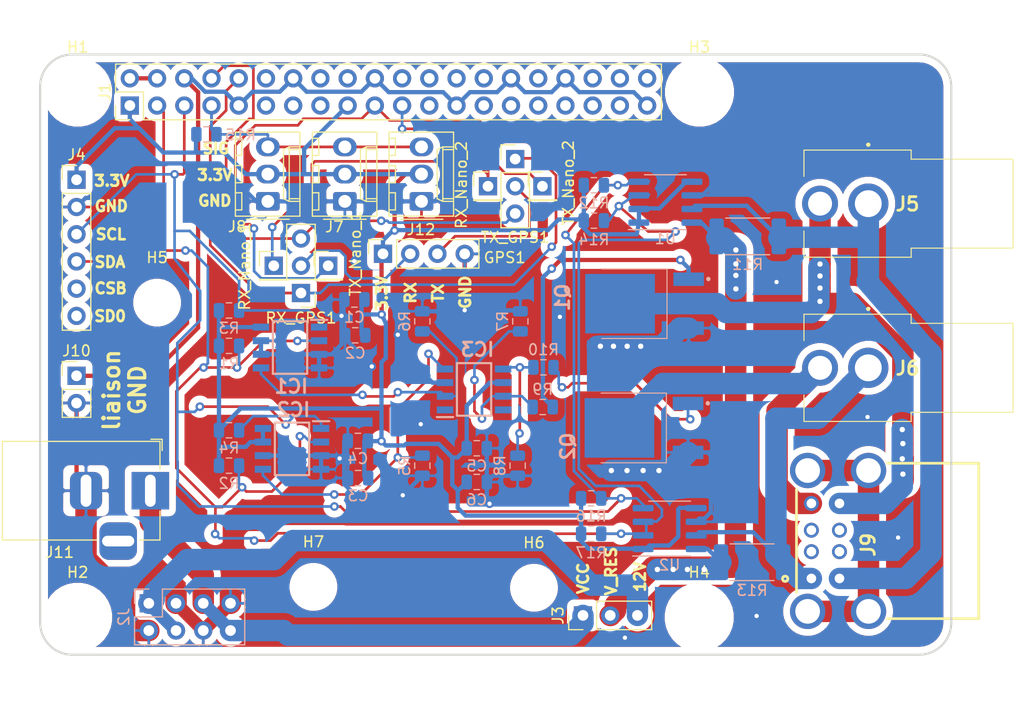
<source format=kicad_pcb>
(kicad_pcb (version 20221018) (generator pcbnew)
  (title_block (date "2020-10-30") (rev "V3"))
  (layers (0 "F.Cu" signal) (31 "B.Cu" signal) (34 "B.Paste" user) (35 "F.Paste" user) (36 "B.SilkS" user "B.Silkscreen") (37 "F.SilkS" user "F.Silkscreen") (38 "B.Mask" user) (39 "F.Mask" user) (44 "Edge.Cuts" user))
  (net 0 "")
  (net 1 "+3.3V")
  (net 2 "Net-(IC1-PWM)")
  (net 3 "Net-(IC2-PWM)")
  (net 4 "VD")
  (net 5 "GND")
  (net 6 "+3V3")
  (net 7 "/SCL")
  (net 8 "/SDA")
  (net 10 "Net-(IC3-OUTB)")
  (net 11 "Net-(IC3-OUTA)")
  (net 13 "VCC")
  (net 14 "+12V")
  (net 15 "/1-Wire")
  (net 16 "+5V")
  (net 19 "/gnd_pi")
  (net 20 "/tx_gps")
  (net 21 "/rx_gps")
  (net 22 "/UART_RX_NanopiM4")
  (net 23 "/UART_TX_NanopiM4")
  (net 24 "/UART_RX")
  (net 25 "/UART_TX")
  (net 45 "/CSB")
  (net 46 "/SDO")
  (net 47 "Net-(J5-In)")
  (net 48 "Net-(J5-Ext)")
  (net 49 "Net-(J6-In)")
  (net 50 "Net-(J6-Ext)")
  (net 55 "Net-(J9-Pin_10)")
  (net 56 "Net-(Q1-G)")
  (net 57 "Net-(Q2-G)")
  (footprint "double_usb:DUAL_USB_2.0_TYPE-A" (layer "F.Cu") (at 149.4409 143.6751 90)
    (fp_text reference "J9")
    (fp_text value "double_usb" hide)
  )
  (footprint "Connector_PinHeader_2.54mm:PinHeader_1x03_P2.54mm_Vertical" (layer "F.Cu") (at 112.522 150.622 90)
    (fp_text reference "J3")
    (fp_text value "Conn_01x03")
  )
  (footprint "Connector_PinHeader_2.54mm:PinHeader_1x06_P2.54mm_Vertical" (layer "F.Cu") (at 65.278 109.982)
    (fp_text reference "J4")
    (fp_text value "Conn_01x06")
  )
  (footprint "Connector_PinHeader_2.54mm:PinHeader_2x20_P2.54mm_Vertical" (layer "F.Cu") (at 70.24878 103.05796 90)
    (fp_text reference "J1")
    (fp_text value "Conn_02x20_Odd_Even")
  )
  (footprint "rca:KLPX0848A2O" (layer "F.Cu") (at 139.13866 112.20958 180)
    (fp_text reference "J5")
    (fp_text value "Conn_Coaxial" hide)
  )
  (footprint "rca:KLPX0848A2O" (layer "F.Cu") (at 139.13866 127.52578 180)
    (fp_text reference "J6")
    (fp_text value "Conn_Coaxial" hide)
  )
  (footprint "Connector_Molex:Molex_KK-254_AE-6410-03A_1x03_P2.54mm_Vertical" (layer "F.Cu") (at 90.30716 111.99622 90)
    (fp_text reference "J7")
    (fp_text value "Conn_01x03")
  )
  (footprint "Connector_Molex:Molex_KK-254_AE-6410-03A_1x03_P2.54mm_Vertical" (layer "F.Cu") (at 83.12658 111.99622 90)
    (fp_text reference "J8")
    (fp_text value "Conn_01x03")
  )
  (footprint "MountingHole:MountingHole_3.2mm_M3" (layer "F.Cu") (at 65.3796 101.8032)
    (fp_text reference "H1")
    (fp_text value "MountingHole")
  )
  (footprint "MountingHole:MountingHole_3.2mm_M3" (layer "F.Cu") (at 65.3796 150.7998)
    (fp_text reference "H2")
    (fp_text value "MountingHole")
  )
  (footprint "MountingHole:MountingHole_3.2mm_M3" (layer "F.Cu") (at 123.3932 101.8032)
    (fp_text reference "H3")
    (fp_text value "MountingHole")
  )
  (footprint "MountingHole:MountingHole_3.2mm_M3" (layer "F.Cu") (at 123.3678 150.7998)
    (fp_text reference "H4")
    (fp_text value "MountingHole")
  )
  (footprint "Connector_BarrelJack:BarrelJack_Horizontal" (layer "F.Cu") (at 72.1614 138.9888)
    (fp_text reference "J11")
    (fp_text value "Jack-DC")
  )
  (footprint "Connector_PinHeader_2.54mm:PinHeader_1x02_P2.54mm_Vertical" (layer "F.Cu") (at 65.278 128.27)
    (fp_text reference "J10")
    (fp_text value "Conn_01x02")
  )
  (footprint "MountingHole:MountingHole_3.2mm_M3" (layer "F.Cu") (at 72.79386 121.44248)
    (fp_text reference "H5")
    (fp_text value "MountingHole")
  )
  (footprint "Connector_PinSocket_2.54mm:PinSocket_1x04_P2.54mm_Vertical" (layer "F.Cu") (at 93.8657 116.8908 90)
    (fp_text reference "GPS1")
    (fp_text value "Conn_01x04")
  )
  (footprint "Connector_PinHeader_2.54mm:PinHeader_1x03_P2.54mm_Vertical" (layer "F.Cu") (at 86.21522 120.54586 180)
    (fp_text reference "RX_GPS1")
    (fp_text value "Conn_01x03")
  )
  (footprint "Connector_PinHeader_2.54mm:PinHeader_1x01_P2.54mm_Vertical" (layer "F.Cu") (at 83.67522 118.00332)
    (fp_text reference "RX_Nano_1")
    (fp_text value "Conn_01x01")
  )
  (footprint "Connector_PinHeader_2.54mm:PinHeader_1x01_P2.54mm_Vertical" (layer "F.Cu") (at 103.66248 110.58398)
    (fp_text reference "RX_Nano_2")
    (fp_text value "Conn_01x01")
  )
  (footprint "Connector_PinHeader_2.54mm:PinHeader_1x03_P2.54mm_Vertical" (layer "F.Cu") (at 106.19994 108.04906)
    (fp_text reference "TX_GPS1")
    (fp_text value "Conn_01x03")
  )
  (footprint "Connector_PinHeader_2.54mm:PinHeader_1x01_P2.54mm_Vertical" (layer "F.Cu") (at 88.75522 118.00332)
    (fp_text reference "TX_Nano_1")
    (fp_text value "Conn_01x01")
  )
  (footprint "Connector_PinHeader_2.54mm:PinHeader_1x01_P2.54mm_Vertical" (layer "F.Cu") (at 108.73994 110.58652)
    (fp_text reference "TX_Nano_2")
    (fp_text value "Conn_01x01")
  )
  (footprint "MountingHole:MountingHole_3.2mm_M3" (layer "F.Cu") (at 107.95254 148.0439)
    (fp_text reference "H6")
    (fp_text value "MountingHole")
  )
  (footprint "MountingHole:MountingHole_3.2mm_M3" (layer "F.Cu") (at 87.376 147.96262)
    (fp_text reference "H7")
    (fp_text value "MountingHole")
  )
  (footprint "Connector_Molex:Molex_KK-254_AE-6410-03A_1x03_P2.54mm_Vertical" (layer "F.Cu") (at 97.45726 111.99622 90)
    (fp_text reference "J12")
    (fp_text value "Conn_01x03")
  )
  (footprint "Package_SO:SOIC-8_3.9x4.9mm_P1.27mm" (layer "B.Cu") (at 120.21058 112.07242)
    (fp_text reference "U1")
    (fp_text value "INA219AxD")
  )
  (footprint "Package_SO:SOIC-8_3.9x4.9mm_P1.27mm" (layer "B.Cu") (at 120.60682 142.52194)
    (fp_text reference "U2")
    (fp_text value "INA219AxD")
  )
  (footprint "UCC27324D:SOIC127P600X175-8N" (layer "B.Cu") (at 102.362 129.54)
    (fp_text reference "IC3")
    (fp_text value "UCC27324D" hide)
  )
  (footprint "FDD8447L:FDD8447LF085" (layer "B.Cu") (at 118.32082 121.539 -90)
    (fp_text reference "Q1")
    (fp_text value "FDD8447L-F085" hide)
  )
  (footprint "FDD8447L:FDD8447LF085" (layer "B.Cu") (at 118.26494 133.1341 -90)
    (fp_text reference "Q2")
    (fp_text value "FDD8447L-F085" hide)
  )
  (footprint "Resistor_SMD:R_0805_2012Metric" (layer "B.Cu") (at 79.502 125.476)
    (fp_text reference "R1")
    (fp_text value "10k")
  )
  (footprint "Resistor_SMD:R_0805_2012Metric" (layer "B.Cu") (at 79.502 136.652)
    (fp_text reference "R2")
    (fp_text value "10k")
  )
  (footprint "Resistor_SMD:R_0805_2012Metric" (layer "B.Cu") (at 79.502 122.174)
    (fp_text reference "R3")
    (fp_text value "10k")
  )
  (footprint "Resistor_SMD:R_0805_2012Metric" (layer "B.Cu") (at 79.502 133.35)
    (fp_text reference "R4")
    (fp_text value "10k")
  )
  (footprint "Resistor_SMD:R_0805_2012Metric" (layer "B.Cu") (at 97.536 136.652 -90)
    (fp_text reference "R5")
    (fp_text value "10k")
  )
  (footprint "Resistor_SMD:R_0805_2012Metric" (layer "B.Cu") (at 97.536 123.19 -90)
    (fp_text reference "R6")
    (fp_text value "10k")
  )
  (footprint "Resistor_SMD:R_0805_2012Metric" (layer "B.Cu") (at 106.68 123.19 -90)
    (fp_text reference "R7")
    (fp_text value "10k")
  )
  (footprint "Resistor_SMD:R_0805_2012Metric" (layer "B.Cu") (at 106.426 136.652 -90)
    (fp_text reference "R8")
    (fp_text value "10k")
  )
  (footprint "Resistor_SMD:R_0805_2012Metric" (layer "B.Cu") (at 108.76534 131.18084 180)
    (fp_text reference "R9")
    (fp_text value "100")
  )
  (footprint "Resistor_SMD:R_0805_2012Metric" (layer "B.Cu") (at 108.83392 127.48006 180)
    (fp_text reference "R10")
    (fp_text value "100")
  )
  (footprint "Resistor_SMD:R_2512_6332Metric" (layer "B.Cu") (at 127.88822 115.26292)
    (fp_text reference "R11")
    (fp_text value "0.02 1W")
  )
  (footprint "Resistor_SMD:R_0805_2012Metric" (layer "B.Cu") (at 113.538 110.49)
    (fp_text reference "R12")
    (fp_text value "10k")
  )
  (footprint "Resistor_SMD:R_2512_6332Metric" (layer "B.Cu") (at 128.29794 145.66138)
    (fp_text reference "R13")
    (fp_text value "0.02 1W")
  )
  (footprint "Resistor_SMD:R_0805_2012Metric" (layer "B.Cu") (at 113.538 113.792 180)
    (fp_text reference "R14")
    (fp_text value "10k")
  )
  (footprint "Resistor_SMD:R_0805_2012Metric" (layer "B.Cu") (at 113.284 139.7)
    (fp_text reference "R16")
    (fp_text value "10k")
  )
  (footprint "Resistor_SMD:R_0805_2012Metric" (layer "B.Cu") (at 113.284 143.002 180)
    (fp_text reference "R17")
    (fp_text value "10k")
  )
  (footprint "Capacitor_SMD:C_0805_2012Metric" (layer "B.Cu") (at 91.1987 121.15546)
    (fp_text reference "C1")
    (fp_text value "10uF")
  )
  (footprint "Capacitor_SMD:C_0805_2012Metric" (layer "B.Cu") (at 91.27744 124.49302)
    (fp_text reference "C2")
    (fp_text value "0.1uF")
  )
  (footprint "Capacitor_SMD:C_0805_2012Metric" (layer "B.Cu") (at 91.54414 137.81024)
    (fp_text reference "C3")
    (fp_text value "10uF")
  )
  (footprint "Capacitor_SMD:C_0805_2012Metric" (layer "B.Cu") (at 91.51874 134.3406)
    (fp_text reference "C4")
    (fp_text value "0.1uF")
  )
  (footprint "Capacitor_SMD:C_0805_2012Metric" (layer "B.Cu") (at 102.616 135.03)
    (fp_text reference "C5")
    (fp_text value "0.1uF")
  )
  (footprint "Capacitor_SMD:C_0805_2012Metric" (layer "B.Cu") (at 102.616 138.176)
    (fp_text reference "C6")
    (fp_text value "1uF")
  )
  (footprint "Connector_PinHeader_2.54mm:PinHeader_2x04_P2.54mm_Vertical" (layer "B.Cu") (at 72.01916 149.49424 -90)
    (fp_text reference "J2")
    (fp_text value "Conn_02x04_Odd_Even")
  )
  (footprint "Resistor_SMD:R_0805_2012Metric" (layer "B.Cu") (at 77.3938 105.74528 180)
    (fp_text reference "R15")
    (fp_text value "4.7k")
  )
  (footprint "DS1050Z:SOIC127P600X175-8N" (layer "B.Cu") (at 85.19414 125.63094 180)
    (fp_text reference "IC1")
    (fp_text value "DS1050Z-025+" hide)
  )
  (footprint "DS1050Z:SOIC127P600X175-8N" (layer "B.Cu") (at 85.37702 135.08482 180)
    (fp_text reference "IC2")
    (fp_text value "DS1050Z-025+" hide)
  )
  (gr_line (start 143.88 98.29) (end 64.88 98.29) (stroke (width 0.2)) (layer "Edge.Cuts"))
  (gr_circle (center 123.38 150.790001) (end 124.73 150.790001) (stroke (width 0.2)) (fill none) (layer "Edge.Cuts"))
  (gr_line (start 146.88 151.29) (end 146.88 101.29) (stroke (width 0.2)) (layer "Edge.Cuts"))
  (gr_arc (start 146.879999 151.290001) (mid 146.00132 153.411321) (end 143.88 154.29) (stroke (width 0.2)) (layer "Edge.Cuts"))
  (gr_line (start 61.88 101.29) (end 61.88 151.29) (stroke (width 0.2)) (layer "Edge.Cuts"))
  (gr_arc (start 61.879999 101.289999) (mid 62.758679 99.168678) (end 64.88 98.29) (stroke (width 0.2)) (layer "Edge.Cuts"))
  (gr_line (start 64.88 154.29) (end 143.88 154.29) (stroke (width 0.2)) (layer "Edge.Cuts"))
  (gr_arc (start 143.88 98.29) (mid 146.001321 99.168679) (end 146.88 101.29) (stroke (width 0.2)) (layer "Edge.Cuts"))
  (gr_arc (start 64.879998 154.29) (mid 62.758678 153.411321) (end 61.88 151.29) (stroke (width 0.2)) (layer "Edge.Cuts"))
  (gr_text "12V" (at 117.84584 147.03044 90) (layer "F.SilkS") (effects (font (size 1 1) (thickness 0.25))))
  (gr_text "SIG" (at 78.27822 107.06292) (layer "F.SilkS") (effects (font (size 1 1) (thickness 0.25))))
  (gr_text "V_RES" (at 115.14328 146.48942 90) (layer "F.SilkS") (effects (font (size 1 1) (thickness 0.25))))
  (gr_text "TX" (at 99.00412 120.5611 90) (layer "F.SilkS") (effects (font (size 1 1) (thickness 0.25))))
  (gr_text "SD0" (at 68.41236 122.70994) (layer "F.SilkS") (effects (font (size 1 1) (thickness 0.25))))
  (gr_text "3.3V" (at 78.17612 109.54258) (layer "F.SilkS") (effects (font (size 1 1) (thickness 0.25))))
  (gr_text "VCC" (at 112.53724 147.17014 90) (layer "F.SilkS") (effects (font (size 1 1) (thickness 0.25))))
  (gr_text "3.3V" (at 93.76664 120.5611 90) (layer "F.SilkS") (effects (font (size 1 1) (thickness 0.25))))
  (gr_text "GND" (at 68.52666 112.44326) (layer "F.SilkS") (effects (font (size 1 1) (thickness 0.25))))
  (gr_text "SCL" (at 68.48094 115.07724) (layer "F.SilkS") (effects (font (size 1 1) (thickness 0.25))))
  (gr_text "liaison\nGND" (at 69.75094 129.6035 90) (layer "F.SilkS") (effects (font (size 1.5 1.5) (thickness 0.3))))
  (gr_text "CSB" (at 68.45808 120.1166) (layer "F.SilkS") (effects (font (size 1 1) (thickness 0.25))))
  (gr_text "RX" (at 96.43872 120.53316 90) (layer "F.SilkS") (effects (font (size 1 1) (thickness 0.25))))
  (gr_text "SDA" (at 68.3895 117.66296) (layer "F.SilkS") (effects (font (size 1 1) (thickness 0.25))))
  (gr_text "GND" (at 101.54158 120.47982 90) (layer "F.SilkS") (effects (font (size 1 1) (thickness 0.25))))
  (gr_text "GND" (at 78.17612 111.94288) (layer "F.SilkS") (effects (font (size 1 1) (thickness 0.25))))
  (gr_text "3.3V" (at 68.56984 110.08106) (layer "F.SilkS") (effects (font (size 1 1) (thickness 0.25))))
  (segment (start 91.948 130.048) (end 91.948 130.048) (width 0.25) (layer "F.Cu") (net 2))
  (segment (start 94.850001 130.193999) (end 92.093999 130.193999) (width 0.25) (layer "F.Cu") (net 2))
  (segment (start 92.093999 130.193999) (end 91.948 130.048) (width 0.25) (layer "F.Cu") (net 2))
  (segment (start 95.25 129.794) (end 94.850001 130.193999) (width 0.25) (layer "F.Cu") (net 2))
  (via (at 91.948 130.048) (size 0.8) (drill 0.4) (layers "F.Cu" "B.Cu") (net 2))
  (via (at 95.25 129.794) (size 0.8) (drill 0.4) (layers "F.Cu" "B.Cu") (net 2))
  (segment (start 95.25 129.794) (end 95.25 129.794) (width 0.25) (layer "B.Cu") (net 2))
  (segment (start 95.25 129.794) (end 99.27 129.794) (width 0.25) (layer "B.Cu") (net 2))
  (segment (start 100.665 130.175) (end 100.740001 130.099999) (width 0.25) (layer "B.Cu") (net 2))
  (segment (start 98.236 124.1275) (end 97.536 124.1275) (width 0.25) (layer "B.Cu") (net 2))
  (segment (start 100.740001 126.631501) (end 98.236 124.1275) (width 0.25) (layer "B.Cu") (net 2))
  (segment (start 91.382315 130.048) (end 91.948 130.048) (width 0.25) (layer "B.Cu") (net 2))
  (segment (start 100.740001 130.099999) (end 100.740001 126.631501) (width 0.25) (layer "B.Cu") (net 2))
  (segment (start 99.651 130.175) (end 100.665 130.175) (width 0.25) (layer "B.Cu") (net 2))
  (segment (start 82.48214 128.11094) (end 84.4192 130.048) (width 0.25) (layer "B.Cu") (net 2))
  (segment (start 84.4192 130.048) (end 91.382315 130.048) (width 0.25) (layer "B.Cu") (net 2))
  (segment (start 82.48214 127.53594) (end 82.48214 128.11094) (width 0.25) (layer "B.Cu") (net 2))
  (segment (start 99.27 129.794) (end 99.651 130.175) (width 0.25) (layer "B.Cu") (net 2))
  (segment (start 95.25 135.89) (end 91.79708 139.34292) (width 0.25) (layer "F.Cu") (net 3))
  (segment (start 98.11258 128.53924) (end 95.25 131.40182) (width 0.25) (layer "F.Cu") (net 3))
  (segment (start 98.11258 126.21768) (end 98.11258 128.53924) (width 0.25) (layer "F.Cu") (net 3))
  (segment (start 91.79708 139.34292) (end 89.31822 139.34292) (width 0.25) (layer "F.Cu") (net 3))
  (segment (start 95.25 131.40182) (end 95.25 135.89) (width 0.25) (layer "F.Cu") (net 3))
  (via (at 89.31822 139.34292) (size 0.8) (drill 0.4) (layers "F.Cu" "B.Cu") (net 3))
  (via (at 98.11258 126.21768) (size 0.8) (drill 0.4) (layers "F.Cu" "B.Cu") (net 3))
  (via (at 95.25 135.89) (size 0.8) (drill 0.4) (layers "F.Cu" "B.Cu") (net 3))
  (segment (start 95.25 135.89) (end 95.25 135.89) (width 0.25) (layer "B.Cu") (net 3))
  (segment (start 95.25 135.89) (end 95.25 135.89) (width 0.25) (layer "B.Cu") (net 3))
  (segment (start 98.11258 126.21768) (end 98.11258 126.21768) (width 0.25) (layer "B.Cu") (net 3))
  (segment (start 89.31822 139.34292) (end 89.31822 139.34292) (width 0.25) (layer "B.Cu") (net 3))
  (segment (start 82.66502 136.98982) (end 82.66502 137.56482) (width 0.25) (layer "B.Cu") (net 3))
  (segment (start 99.651 127.635) (end 99.5299 127.635) (width 0.25) (layer "B.Cu") (net 3))
  (segment (start 82.66502 137.56482) (end 84.44312 139.34292) (width 0.25) (layer "B.Cu") (net 3))
  (segment (start 84.44312 139.34292) (end 89.31822 139.34292) (width 0.25) (layer "B.Cu") (net 3))
  (segment (start 99.5299 127.635) (end 98.11258 126.21768) (width 0.25) (layer "B.Cu") (net 3))
  (segment (start 95.25 135.89) (end 97.3605 135.89) (width 0.25) (layer "B.Cu") (net 3))
  (segment (start 97.3605 135.89) (end 97.536 135.7145) (width 0.25) (layer "B.Cu") (net 3))
  (segment (start 123.75642 146.1262) (end 123.75642 146.1262) (width 1.2) (layer "F.Cu") (net 4))
  (segment (start 126.746 139.192) (end 126.78822 116.53166) (width 2) (layer "F.Cu") (net 4))
  (segment (start 123.75642 146.1262) (end 126.43494 146.1262) (width 2) (layer "F.Cu") (net 4))
  (segment (start 115.551999 149.637999) (end 119.063798 146.1262) (width 2) (layer "F.Cu") (net 4))
  (segment (start 123.190735 146.1262) (end 123.75642 146.1262) (width 2) (layer "F.Cu") (net 4))
  (segment (start 126.43494 146.1262) (end 126.74822 145.81292) (width 2) (layer "F.Cu") (net 4))
  (segment (start 115.062 150.622) (end 115.08914 150.622) (width 2) (layer "F.Cu") (net 4))
  (segment (start 126.74822 145.81292) (end 126.746 145.8107) (width 2) (layer "F.Cu") (net 4))
  (segment (start 115.551999 150.159141) (end 115.551999 149.637999) (width 2) (layer "F.Cu") (net 4))
  (segment (start 115.08914 150.622) (end 115.551999 150.159141) (width 2) (layer "F.Cu") (net 4))
  (segment (start 126.746 145.8107) (end 126.746 139.192) (width 2) (layer "F.Cu") (net 4))
  (segment (start 119.063798 146.1262) (end 123.190735 146.1262) (width 2) (layer "F.Cu") (net 4))
  (via (at 120.93476 146.33638) (size 1) (drill 0.5) (layers "F.Cu" "B.Cu") (net 4))
  (via (at 126.78822 118.90292) (size 1) (drill 0.5) (layers "F.Cu" "B.Cu") (net 4))
  (via (at 122.26476 146.33638) (size 1) (drill 0.5) (layers "F.Cu" "B.Cu") (net 4))
  (via (at 123.83476 146.33638) (size 1) (drill 0.5) (layers "F.Cu" "B.Cu") (net 4))
  (via (at 126.78822 117.83292) (size 1) (drill 0.5) (layers "F.Cu" "B.Cu") (net 4))
  (via (at 126.78822 116.53166) (size 1) (drill 0.5) (layers "F.Cu" "B.Cu") (net 4))
  (via (at 126.78822 120.16292) (size 1) (drill 0.5) (layers "F.Cu" "B.Cu") (net 4))
  (via (at 119.46168 146.33638) (size 1) (drill 0.5) (layers "F.Cu" "B.Cu") (net 4))
  (segment (start 126.78822 120.16292) (end 126.78822 120.16292) (width 2) (layer "B.Cu") (net 4))
  (segment (start 126.78822 118.90292) (end 126.78822 120.16292) (width 2) (layer "B.Cu") (net 4))
  (segment (start 126.78822 117.83292) (end 126.78822 118.90292) (width 2) (layer "B.Cu") (net 4))
  (segment (start 126.78822 116.53166) (end 126.78822 117.83292) (width 2) (layer "B.Cu") (net 4))
  (segment (start 119.46168 146.33638) (end 119.46168 146.33638) (width 2) (layer "B.Cu") (net 4))
  (segment (start 120.93476 146.33638) (end 119.46168 146.33638) (width 2) (layer "B.Cu") (net 4))
  (segment (start 122.26476 146.33638) (end 120.93476 146.33638) (width 2) (layer "B.Cu") (net 4))
  (segment (start 123.83476 146.33638) (end 122.26476 146.33638) (width 2) (layer "B.Cu") (net 4))
  (segment (start 124.72294 146.33638) (end 123.83476 146.33638) (width 2) (layer "B.Cu") (net 4))
  (segment (start 125.39794 145.66138) (end 124.72294 146.33638) (width 2) (layer "B.Cu") (net 4))
  (segment (start 124.99662 115.41506) (end 125.67162 115.41506) (width 2) (layer "B.Cu") (net 4))
  (segment (start 126.78822 116.53166) (end 126.78822 116.53166) (width 2) (layer "B.Cu") (net 4))
  (segment (start 125.67162 115.41506) (end 126.78822 116.53166) (width 2) (layer "B.Cu") (net 4))
  (segment (start 123.08182 144.42694) (end 124.1635 144.42694) (width 0.4) (layer "B.Cu") (net 4))
  (segment (start 123.55898 113.97742) (end 124.99662 115.41506) (width 0.4) (layer "B.Cu") (net 4))
  (segment (start 122.68558 113.97742) (end 123.55898 113.97742) (width 0.4) (layer "B.Cu") (net 4))
  (segment (start 124.1635 144.42694) (end 125.39794 145.66138) (width 0.4) (layer "B.Cu") (net 4))
  (segment (start 92.820219 127.399779) (end 93.730538 126.48946) (width 1.2) (layer "F.Cu") (net 5))
  (segment (start 89.821478 135.9789) (end 89.821478 135.9789) (width 1.2) (layer "F.Cu") (net 5))
  (segment (start 95.341241 122.31292) (end 95.341241 122.31292) (width 2) (layer "F.Cu") (net 5))
  (segment (start 95.341241 123.315381) (end 95.341241 123.315381) (width 2) (layer "F.Cu") (net 5))
  (segment (start 89.421479 136.378899) (end 89.821478 135.9789) (width 2) (layer "F.Cu") (net 5))
  (segment (start 68.232331 147.444239) (end 69.75822 147.52292) (width 2) (layer "F.Cu") (net 5))
  (segment (start 73.9293 147.662299) (end 74.55916 148.292159) (width 1.2) (layer "F.Cu") (net 5))
  (segment (start 124.568679 127.011842) (end 124.551282 136.349858) (width 2) (layer "F.Cu") (net 5))
  (segment (start 82.685887 141.065253) (end 83.359911 140.391229) (width 2) (layer "F.Cu") (net 5))
  (segment (start 70.699158 152.03424) (end 69.75822 151.093302) (width 2) (layer "F.Cu") (net 5))
  (segment (start 109.61822 124.61156) (end 107.31958 122.31292) (width 2) (layer "F.Cu") (net 5))
  (segment (start 91.18854 117.57152) (end 91.18854 121.48058) (width 0.4) (layer "F.Cu") (net 5))
  (segment (start 77.09916 152.03424) (end 79.63916 149.49424) (width 1.2) (layer "F.Cu") (net 5))
  (segment (start 85.409149 140.391229) (end 89.421479 136.378899) (width 2) (layer "F.Cu") (net 5))
  (segment (start 65.278 138.1054) (end 66.1614 138.9888) (width 0.4) (layer "F.Cu") (net 5))
  (segment (start 103.013381 139.413881) (end 103.8075 140.208) (width 0.4) (layer "F.Cu") (net 5))
  (segment (start 123.792039 137.109101) (end 119.612039 137.109101) (width 2) (layer "F.Cu") (net 5))
  (segment (start 95.25 123.406622) (end 95.341241 123.315381) (width 2) (layer "F.Cu") (net 5))
  (segment (start 74.55916 149.49424) (end 77.09916 152.03424) (width 1.2) (layer "F.Cu") (net 5))
  (segment (start 83.359911 140.391229) (end 85.409149 140.391229) (width 2) (layer "F.Cu") (net 5))
  (segment (start 90.747999 129.471999) (end 92.820219 127.399779) (width 1.2) (layer "F.Cu") (net 5))
  (segment (start 91.18854 121.48058) (end 89.9945 122.67462) (width 0.4) (layer "F.Cu") (net 5))
  (segment (start 117.907139 125.514001) (end 110.520661 125.514001) (width 2) (layer "F.Cu") (net 5))
  (segment (start 79.90822 141.75292) (end 82.685887 141.75292) (width 2) (layer "F.Cu") (net 5))
  (segment (start 67.83324 147.4851) (end 67.7291 147.52066) (width 1) (layer "F.Cu") (net 5))
  (segment (start 124.551282 136.349858) (end 123.792039 137.109101) (width 2) (layer "F.Cu") (net 5))
  (segment (start 72.01916 152.03424) (end 70.817079 152.03424) (width 1.2) (layer "F.Cu") (net 5))
  (segment (start 89.821478 129.868202) (end 95.25 124.43968) (width 2) (layer "F.Cu") (net 5))
  (segment (start 110.520661 125.514001) (end 109.61822 124.61156) (width 2) (layer "F.Cu") (net 5))
  (segment (start 66.1614 145.95296) (end 67.7291 147.52066) (width 1.2) (layer "F.Cu") (net 5))
  (segment (start 82.685887 141.75292) (end 82.685887 141.065253) (width 2) (layer "F.Cu") (net 5))
  (segment (start 115.16822 137.109101) (end 119.612039 137.109101) (width 2) (layer "F.Cu") (net 5))
  (segment (start 65.278 130.81) (end 65.278 138.1054) (width 0.4) (layer "F.Cu") (net 5))
  (segment (start 101.4857 116.8908) (end 101.4857 118.092881) (width 0.4) (layer "F.Cu") (net 5))
  (segment (start 73.71124 147.444239) (end 74.55916 148.292159) (width 2) (layer "F.Cu") (net 5))
  (segment (start 95.711619 139.413881) (end 103.013381 139.413881) (width 0.4) (layer "F.Cu") (net 5))
  (segment (start 79.63916 148.292159) (end 79.90822 148.023099) (width 2) (layer "F.Cu") (net 5))
  (segment (start 74.55916 148.292159) (end 74.55916 149.49424) (width 2) (layer "F.Cu") (net 5))
  (segment (start 68.947699 147.662299) (end 68.010439 147.662299) (width 1.2) (layer "F.Cu") (net 5))
  (segment (start 68.947699 147.662299) (end 73.9293 147.662299) (width 1.2) (layer "F.Cu") (net 5))
  (segment (start 95.341241 123.315381) (end 95.341241 122.31292) (width 2) (layer "F.Cu") (net 5))
  (segment (start 93.730538 126.48946) (end 93.730538 125.959142) (width 1.2) (layer "F.Cu") (net 5))
  (segment (start 89.821478 132.119662) (end 89.82822 132.11292) (width 2) (layer "F.Cu") (net 5))
  (segment (start 123.070839 125.514001) (end 124.568679 127.011842) (width 2) (layer "F.Cu") (net 5))
  (segment (start 79.90822 148.023099) (end 79.90822 141.75292) (width 2) (layer "F.Cu") (net 5))
  (segment (start 90.347999 129.341681) (end 95.25 124.43968) (width 2) (layer "F.Cu") (net 5))
  (segment (start 66.1614 145.373308) (end 68.232331 147.444239) (width 2) (layer "F.Cu") (net 5))
  (segment (start 101.4857 118.092881) (end 101.4857 122.1532) (width 0.4) (layer "F.Cu") (net 5))
  (segment (start 79.63916 149.49424) (end 79.63916 148.292159) (width 2) (layer "F.Cu") (net 5))
  (segment (start 117.907139 125.514001) (end 123.070839 125.514001) (width 2) (layer "F.Cu") (net 5))
  (segment (start 95.341241 122.31292) (end 107.31958 122.31292) (width 2) (layer "F.Cu") (net 5))
  (segment (start 95.25 124.43968) (end 95.25 123.406622) (width 2) (layer "F.Cu") (net 5))
  (segment (start 66.1614 138.9888) (end 66.1614 145.95296) (width 1.2) (layer "F.Cu") (net 5))
  (segment (start 93.730538 125.959142) (end 95.25 124.43968) (width 1.2) (layer "F.Cu") (net 5))
  (segment (start 89.821478 135.9789) (end 89.821478 132.119662) (width 2) (layer "F.Cu") (net 5))
  (segment (start 89.821478 135.9789) (end 89.821478 129.868202) (width 2) (layer "F.Cu") (net 5))
  (segment (start 69.75822 151.093302) (end 69.75822 147.52292) (width 2) (layer "F.Cu") (net 5))
  (segment (start 66.1614 138.9888) (end 66.1614 145.373308) (width 2) (layer "F.Cu") (net 5))
  (segment (start 72.01916 152.03424) (end 70.699158 152.03424) (width 2) (layer "F.Cu") (net 5))
  (via (at 101.4857 122.1532) (size 0.8) (drill 0.4) (layers "F.Cu" "B.Cu") (net 5))
  (via (at 128.71822 150.67292) (size 0.8) (drill 0.4) (layers "F.Cu" "B.Cu") (net 5))
  (via (at 95.711619 139.413881) (size 0.8) (drill 0.4) (layers "F.Cu" "B.Cu") (net 5))
  (via (at 114.147139 125.514001) (size 1) (drill 0.5) (layers "F.Cu" "B.Cu") (net 5))
  (via (at 97.38822 132.78292) (size 0.8) (drill 0.4) (layers "F.Cu" "B.Cu") (net 5))
  (via (at 110.36822 122.77292) (size 0.8) (drill 0.4) (layers "F.Cu" "B.Cu") (net 5))
  (via (at 103.8075 140.208) (size 0.8) (drill 0.4) (layers "F.Cu" "B.Cu") (net 5))
  (via (at 91.18854 117.57152) (size 0.8) (drill 0.4) (layers "F.Cu" "B.Cu") (net 5))
  (via (at 116.43822 152.70292) (size 0.8) (drill 0.4) (layers "F.Cu" "B.Cu") (net 5))
  (via (at 117.907139 125.514001) (size 1) (drill 0.5) (layers "F.Cu" "B.Cu") (net 5))
  (via (at 116.647139 125.514001) (size 1) (drill 0.5) (layers "F.Cu" "B.Cu") (net 5))
  (via (at 89.821478 135.9789) (size 0.8) (drill 0.4) (layers "F.Cu" "B.Cu") (net 5))
  (via (at 115.367139 125.514001) (size 1) (drill 0.5) (layers "F.Cu" "B.Cu") (net 5))
  (via (at 118.132039 137.109101) (size 1) (drill 0.5) (layers "F.Cu" "B.Cu") (net 5))
  (via (at 119.612039 137.109101) (size 1) (drill 0.5) (layers "F.Cu" "B.Cu") (net 5))
  (via (at 130.57822 119.52292) (size 0.8) (drill 0.4) (layers "F.Cu" "B.Cu") (net 5))
  (via (at 89.9945 122.67462) (size 0.8) (drill 0.4) (layers "F.Cu" "B.Cu") (net 5))
  (via (at 95.25 124.43968) (size 0.8) (drill 0.4) (layers "F.Cu" "B.Cu") (net 5))
  (via (at 92.820219 127.399779) (size 0.8) (drill 0.4) (layers "F.Cu" "B.Cu") (net 5))
  (via (at 141.91822 143.36292) (size 0.8) (drill 0.4) (layers "F.Cu" "B.Cu") (net 5))
  (via (at 139.06822 132.11292) (size 0.8) (drill 0.4) (layers "F.Cu" "B.Cu") (net 5))
  (via (at 115.16822 137.109101) (size 1) (drill 0.5) (layers "F.Cu" "B.Cu") (net 5))
  (via (at 116.632039 137.109101) (size 1) (drill 0.5) (layers "F.Cu" "B.Cu") (net 5))
  (segment (start 89.9945 122.67462) (end 89.9945 124.46) (width 0.4) (layer "B.Cu") (net 5))
  (segment (start 114.147139 125.514001) (end 113.85822 125.514001) (width 2) (layer "B.Cu") (net 5))
  (segment (start 115.367139 125.514001) (end 114.147139 125.514001) (width 2) (layer "B.Cu") (net 5))
  (segment (start 116.647139 125.514001) (end 115.367139 125.514001) (width 2) (layer "B.Cu") (net 5))
  (segment (start 117.907139 125.514001) (end 116.647139 125.514001) (width 2) (layer "B.Cu") (net 5))
  (segment (start 115.16822 137.109101) (end 115.16822 137.109101) (width 2) (layer "B.Cu") (net 5))
  (segment (start 116.632039 137.109101) (end 115.16822 137.109101) (width 2) (layer "B.Cu") (net 5))
  (segment (start 118.132039 137.109101) (end 116.632039 137.109101) (width 2) (layer "B.Cu") (net 5))
  (segment (start 119.612039 137.109101) (end 118.132039 137.109101) (width 2) (layer "B.Cu") (net 5))
  (segment (start 83.12658 111.99622) (end 84.22658 111.99622) (width 0.4) (layer "B.Cu") (net 5))
  (segment (start 104.14 137.5895) (end 103.5535 138.176) (width 0.4) (layer "B.Cu") (net 5))
  (segment (start 122.68558 111.43742) (end 123.66058 111.43742) (width 0.4) (layer "B.Cu") (net 5))
  (segment (start 120.134941 137.109101) (end 119.612039 137.109101) (width 2) (layer "B.Cu") (net 5))
  (segment (start 106.426 137.5895) (end 104.14 137.5895) (width 0.4) (layer "B.Cu") (net 5))
  (segment (start 124.68352 110.356646) (end 124.68352 108.2929) (width 0.4) (layer "B.Cu") (net 5))
  (segment (start 120.629939 137.109101) (end 120.134941 137.109101) (width 2) (layer "B.Cu") (net 5))
  (segment (start 84.22658 111.99622) (end 90.30716 111.99622) (width 0.4) (layer "B.Cu") (net 5))
  (segment (start 123.08182 141.88694) (end 123.38182 141.58694) (width 0.4) (layer "B.Cu") (net 5))
  (segment (start 88.08902 135.71982) (end 89.562398 135.71982) (width 0.4) (layer "B.Cu") (net 5))
  (segment (start 106.5807 122.1532) (end 106.68 122.2525) (width 0.4) (layer "B.Cu") (net 5))
  (segment (start 90.2485 135.551878) (end 89.821478 135.9789) (width 0.4) (layer "B.Cu") (net 5))
  (segment (start 82.48214 126.26594) (end 83.64464 126.26594) (width 0.4) (layer "B.Cu") (net 5))
  (segment (start 119.885819 125.514001) (end 117.907139 125.514001) (width 2) (layer "B.Cu") (net 5))
  (segment (start 98.487 128.905) (end 95.25 125.668) (width 0.4) (layer "B.Cu") (net 5))
  (segment (start 99.651 128.905) (end 98.487 128.905) (width 0.4) (layer "B.Cu") (net 5))
  (segment (start 103.5535 135.03) (end 103.5535 138.176) (width 0.4) (layer "B.Cu") (net 5))
  (segment (start 90.2485 138.368) (end 91.294381 139.413881) (width 0.4) (layer "B.Cu") (net 5))
  (segment (start 103.5535 138.176) (end 103.5535 139.954) (width 0.4) (layer "B.Cu") (net 5))
  (segment (start 122.71248 106.32186) (end 104.36606 106.32186) (width 0.4) (layer "B.Cu") (net 5))
  (segment (start 97.536 122.2525) (end 101.3864 122.2525) (width 0.4) (layer "B.Cu") (net 5))
  (segment (start 104.36606 106.32186) (end 98.6917 111.99622) (width 0.4) (layer "B.Cu") (net 5))
  (segment (start 90.2485 137.668) (end 90.2485 138.368) (width 0.4) (layer "B.Cu") (net 5))
  (segment (start 97.536 137.5895) (end 95.711619 139.413881) (width 0.4) (layer "B.Cu") (net 5))
  (segment (start 82.66502 135.71982) (end 88.08902 135.71982) (width 0.4) (layer "B.Cu") (net 5))
  (segment (start 90.2485 136.405922) (end 89.821478 135.9789) (width 0.4) (layer "B.Cu") (net 5))
  (segment (start 98.6917 111.99622) (end 97.45726 111.99622) (width 0.4) (layer "B.Cu") (net 5))
  (segment (start 124.68352 108.2929) (end 122.71248 106.32186) (width 0.4) (layer "B.Cu") (net 5))
  (segment (start 91.18854 112.8776) (end 90.30716 111.99622) (width 0.4) (layer "B.Cu") (net 5))
  (segment (start 90.2485 137.668) (end 90.2485 136.405922) (width 0.4) (layer "B.Cu") (net 5))
  (segment (start 89.9945 125.34008) (end 89.9945 125.16) (width 0.4) (layer "B.Cu") (net 5))
  (segment (start 123.38182 141.58694) (end 123.864654 141.58694) (width 0.4) (layer "B.Cu") (net 5))
  (segment (start 124.65558 110.384586) (end 124.68352 110.356646) (width 0.4) (layer "B.Cu") (net 5))
  (segment (start 97.45726 111.99622) (end 96.35726 111.99622) (width 0.4) (layer "B.Cu") (net 5))
  (segment (start 101.3864 122.2525) (end 101.4857 122.1532) (width 0.4) (layer "B.Cu") (net 5))
  (segment (start 124.45683 140.994764) (end 124.45683 135.72099) (width 0.4) (layer "B.Cu") (net 5))
  (segment (start 89.9945 124.46) (end 92.820219 127.285719) (width 0.4) (layer "B.Cu") (net 5))
  (segment (start 95.25 125.668) (end 95.25 124.43968) (width 0.4) (layer "B.Cu") (net 5))
  (segment (start 101.4857 122.1532) (end 106.5807 122.1532) (width 0.4) (layer "B.Cu") (net 5))
  (segment (start 90.2485 134.366) (end 90.2485 135.551878) (width 0.4) (layer "B.Cu") (net 5))
  (segment (start 87.90614 127.53594) (end 87.90614 126.26594) (width 0.4) (layer "B.Cu") (net 5))
  (segment (start 79.8234 109.81064) (end 78.46822 108.45546) (width 0.4) (layer "B.Cu") (net 5))
  (segment (start 91.294381 139.413881) (end 95.145934 139.413881) (width 0.4) (layer "B.Cu") (net 5))
  (segment (start 103.5535 139.954) (end 103.8075 140.208) (width 0.4) (layer "B.Cu") (net 5))
  (segment (start 95.145934 139.413881) (end 95.711619 139.413881) (width 0.4) (layer "B.Cu") (net 5))
  (segment (start 91.18854 117.57152) (end 91.18854 112.8776) (width 0.4) (layer "B.Cu") (net 5))
  (segment (start 65.278 112.522) (end 66.127999 111.672001) (width 0.4) (layer "B.Cu") (net 5))
  (segment (start 66.635999 111.672001) (end 69.85 108.458) (width 0.4) (layer "B.Cu") (net 5))
  (segment (start 124.65558 110.44242) (end 124.65558 110.384586) (width 0.4) (layer "B.Cu") (net 5))
  (segment (start 124.45683 135.72099) (end 124.14994 135.4141) (width 0.4) (layer "B.Cu") (net 5))
  (segment (start 89.9945 125.16) (end 89.9945 124.46) (width 0.4) (layer "B.Cu") (net 5))
  (segment (start 123.66058 111.43742) (end 124.65558 110.44242) (width 0.4) (layer "B.Cu") (net 5))
  (segment (start 122.38082 123.819) (end 121.58082 123.819) (width 2) (layer "B.Cu") (net 5))
  (segment (start 66.127999 111.672001) (end 66.635999 111.672001) (width 0.4) (layer "B.Cu") (net 5))
  (segment (start 69.85 108.458) (end 78.46822 108.45546) (width 0.4) (layer "B.Cu") (net 5))
  (segment (start 87.90614 126.26594) (end 89.06864 126.26594) (width 0.4) (layer "B.Cu") (net 5))
  (segment (start 124.14994 135.4141) (end 122.32494 135.4141) (width 0.4) (layer "B.Cu") (net 5))
  (segment (start 82.02658 111.99622) (end 79.841 109.81064) (width 0.4) (layer "B.Cu") (net 5))
  (segment (start 121.58082 123.819) (end 119.885819 125.514001) (width 2) (layer "B.Cu") (net 5))
  (segment (start 89.9945 121.158) (end 89.9945 122.67462) (width 0.4) (layer "B.Cu") (net 5))
  (segment (start 122.32494 135.4141) (end 120.629939 137.109101) (width 2) (layer "B.Cu") (net 5))
  (segment (start 123.864654 141.58694) (end 124.45683 140.994764) (width 0.4) (layer "B.Cu") (net 5))
  (segment (start 88.08902 135.71982) (end 88.08902 136.98982) (width 0.4) (layer "B.Cu") (net 5))
  (segment (start 92.820219 127.285719) (end 92.820219 127.399779) (width 0.4) (layer "B.Cu") (net 5))
  (segment (start 83.12658 111.99622) (end 82.02658 111.99622) (width 0.4) (layer "B.Cu") (net 5))
  (segment (start 96.35726 111.99622) (end 90.30716 111.99622) (width 0.4) (layer "B.Cu") (net 5))
  (segment (start 82.48214 126.26594) (end 82.48214 124.99594) (width 0.4) (layer "B.Cu") (net 5))
  (segment (start 89.562398 135.71982) (end 89.821478 135.9789) (width 0.4) (layer "B.Cu") (net 5))
  (segment (start 79.841 109.81064) (end 79.8234 109.81064) (width 0.4) (layer "B.Cu") (net 5))
  (segment (start 83.64464 126.26594) (end 87.90614 126.26594) (width 0.4) (layer "B.Cu") (net 5))
  (segment (start 89.06864 126.26594) (end 89.9945 125.34008) (width 0.4) (layer "B.Cu") (net 5))
  (segment (start 97.282 109.982) (end 97.51568 110.17632) (width 0.25) (layer "F.Cu") (net 6))
  (segment (start 93.726 117.0305) (end 93.8657 116.8908) (width 0.4) (layer "F.Cu") (net 6))
  (segment (start 94.94774 110.46574) (end 95.95726 109.45622) (width 0.4) (layer "F.Cu") (net 6))
  (segment (start 93.74124 122.54738) (end 93.726 117.0305) (width 0.4) (layer "F.Cu") (net 6))
  (segment (start 94.94774 114.71148) (end 94.94774 110.46574) (width 0.4) (layer "F.Cu") (net 6))
  (segment (start 95.95726 109.45622) (end 97.45726 109.45622) (width 0.4) (layer "F.Cu") (net 6))
  (segment (start 94.03772 116.71878) (end 93.8657 116.8908) (width 0.4) (layer "F.Cu") (net 6))
  (via (at 94.94774 114.71148) (size 0.8) (drill 0.4) (layers "F.Cu" "B.Cu") (net 6))
  (via (at 93.74124 122.54738) (size 0.8) (drill 0.4) (layers "F.Cu" "B.Cu") (net 6))
  (via (at 93.726 134.366) (size 0.8) (drill 0.4) (layers "F.Cu" "B.Cu") (net 6))
  (segment (start 94.94774 114.71148) (end 94.94774 114.71148) (width 0.4) (layer "B.Cu") (net 6))
  (segment (start 82.66502 133.17982) (end 82.66502 134.44982) (width 0.4) (layer "B.Cu") (net 6))
  (segment (start 94.93618 114.67846) (end 109.25048 114.67846) (width 0.4) (layer "B.Cu") (net 6))
  (segment (start 100.838 138.938) (end 100.33 138.43) (width 0.4) (layer "B.Cu") (net 6))
  (segment (start 109.75086 141.34592) (end 109.78666 141.31012) (width 0.25) (layer "B.Cu") (net 6))
  (segment (start 91.8695 124.46) (end 91.8695 122.697) (width 0.4) (layer "B.Cu") (net 6))
  (segment (start 65.278 108.732) (end 65.278 109.982) (width 0.4) (layer "B.Cu") (net 6))
  (segment (start 93.8657 115.6408) (end 94.79502 114.71148) (width 0.4) (layer "B.Cu") (net 6))
  (segment (start 110.24362 113.68532) (end 110.72876 113.68532) (width 0.4) (layer "B.Cu") (net 6))
  (segment (start 94.125999 134.765999) (end 95.866001 134.765999) (width 0.4) (layer "B.Cu") (net 6))
  (segment (start 78.5645 134.89662) (end 78.5645 136.652) (width 0.4) (layer "B.Cu") (net 6))
  (segment (start 81.534 131.318) (end 80.50784 131.318) (width 0.4) (layer "B.Cu") (net 6))
  (segment (start 81.06664 109.45622) (end 83.12658 109.45622) (width 0.4) (layer "B.Cu") (net 6))
  (segment (start 76.42098 107.44454) (end 78.906536 107.443104) (width 0.4) (layer "B.Cu") (net 6))
  (segment (start 71.07428 105.18902) (end 71.10841 105.16759) (width 0.4) (layer "B.Cu") (net 6))
  (segment (start 86.48954 107.14482) (end 87.89797 105.72877) (width 0.4) (layer "B.Cu") (net 6))
  (segment (start 71.10841 105.16759) (end 68.84241 105.16759) (width 0.4) (layer "B.Cu") (net 6))
  (segment (start 100.838 140.58138) (end 100.838 138.938) (width 0.4) (layer "B.Cu") (net 6))
  (segment (start 100.8185 135.89) (end 101.6785 135.03) (width 0.4) (layer "B.Cu") (net 6))
  (segment (start 71.10841 105.16759) (end 73.38282 107.442) (width 0.4) (layer "B.Cu") (net 6))
  (segment (start 94.127514 125.333954) (end 94.125999 126.600001) (width 0.4) (layer "B.Cu") (net 6))
  (segment (start 117.74678 112.63122) (end 117.74678 113.90122) (width 0.4) (layer "B.Cu") (net 6))
  (segment (start 78.5645 122.174) (end 78.5645 123.713) (width 0.4) (layer "B.Cu") (net 6))
  (segment (start 81.05572 134.89662) (end 81.50252 134.44982) (width 0.4) (layer "B.Cu") (net 6))
  (segment (start 78.5645 125.476) (end 78.5645 126.176) (width 0.4) (layer "B.Cu") (net 6))
  (segment (start 101.6785 135.03) (end 101.6785 131.05154) (width 0.4) (layer "B.Cu") (net 6))
  (segment (start 81.534 131.318) (end 83.693 131.318) (width 0.4) (layer "B.Cu") (net 6))
  (segment (start 110.72876 113.68532) (end 112.65662 113.68532) (width 0.4) (layer "B.Cu") (net 6))
  (segment (start 86.50732 107.1626) (end 86.48954 107.14482) (width 0.4) (layer "B.Cu") (net 6))
  (segment (start 91.8695 121.158) (end 91.8695 122.39776) (width 0.4) (layer "B.Cu") (net 6))
  (segment (start 113.0435 144.399) (end 117.454 144.399) (width 0.4) (layer "B.Cu") (net 6))
  (segment (start 100.9165 138.938) (end 100.838 138.938) (width 0.4) (layer "B.Cu") (net 6))
  (segment (start 92.01912 122.54738) (end 93.74124 122.54738) (width 0.4) (layer "B.Cu") (net 6))
  (segment (start 90.50528 109.12348) (end 90.42424 109.20452) (width 0.4) (layer "B.Cu") (net 6))
  (segment (start 112.6005 113.792) (end 112.6005 114.492) (width 0.4) (layer "B.Cu") (net 6))
  (segment (start 79.053524 107.443104) (end 81.06664 109.45622) (width 0.4) (layer "B.Cu") (net 6))
  (segment (start 70.24878 104.30796) (end 71.07428 105.18902) (width 0.4) (layer "B.Cu") (net 6))
  (segment (start 100.33 135.89) (end 100.8185 135.89) (width 0.4) (layer "B.Cu") (net 6))
  (segment (start 76.42098 106.4806) (end 76.42098 107.44454) (width 0.4) (layer "B.Cu") (net 6))
  (segment (start 80.50784 131.40666) (end 78.5645 133.35) (width 0.4) (layer "B.Cu") (net 6))
  (segment (start 95.866001 134.765999) (end 96.012 134.62) (width 0.4) (layer "B.Cu") (net 6))
  (segment (start 68.84241 105.16759) (end 65.278 108.732) (width 0.4) (layer "B.Cu") (net 6))
  (segment (start 93.8657 116.8908) (end 93.8657 115.6408) (width 0.4) (layer "B.Cu") (net 6))
  (segment (start 95.95726 109.45622) (end 90.30716 109.45622) (width 0.4) (layer "B.Cu") (net 6))
  (segment (start 93.726 134.366) (end 94.125999 134.765999) (width 0.4) (layer "B.Cu") (net 6))
  (segment (start 94.79502 114.71148) (end 94.94774 114.71148) (width 0.4) (layer "B.Cu") (net 6))
  (segment (start 112.3465 143.702) (end 113.0435 144.399) (width 0.4) (layer "B.Cu") (net 6))
  (segment (start 93.726 131.318) (end 93.726 127) (width 0.4) (layer "B.Cu") (net 6))
  (segment (start 112.3465 139.7) (end 112.3465 141.31012) (width 0.4) (layer "B.Cu") (net 6))
  (segment (start 80.50784 131.318) (end 80.50784 131.40666) (width 0.4) (layer "B.Cu") (net 6))
  (segment (start 103.82504 128.905) (end 105.073 128.905) (width 0.4) (layer "B.Cu") (net 6))
  (segment (start 112.3465 141.31012) (end 112.3465 143.002) (width 0.4) (layer "B.Cu") (net 6))
  (segment (start 78.57744 123.72594) (end 82.48214 123.72594) (width 0.4) (layer "B.Cu") (net 6))
  (segment (start 120.569 144.099) (end 121.412 143.256) (width 0.4) (layer "B.Cu") (net 6))
  (segment (start 83.12658 109.45622) (end 86.50732 109.45622) (width 0.4) (layer "B.Cu") (net 6))
  (segment (start 109.25048 114.67846) (end 110.24362 113.68532) (width 0.4) (layer "B.Cu") (net 6))
  (segment (start 76.4563 106.44528) (end 76.42098 106.4806) (width 0.4) (layer "B.Cu") (net 6))
  (segment (start 94.125999 126.600001) (end 93.726 127) (width 0.4) (layer "B.Cu") (net 6))
  (segment (start 100.33 135.89) (end 100.33 138.43) (width 0.4) (layer "B.Cu") (net 6))
  (segment (start 78.5645 123.713) (end 78.57744 123.72594) (width 0.4) (layer "B.Cu") (net 6))
  (segment (start 94.125999 134.765999) (end 95.141999 134.765999) (width 0.4) (layer "B.Cu") (net 6))
  (segment (start 92.1235 134.366) (end 92.1235 137.668) (width 0.4) (layer "B.Cu") (net 6))
  (segment (start 117.454 144.399) (end 118.429 144.399) (width 0.4) (layer "B.Cu") (net 6))
  (segment (start 101.6785 138.176) (end 100.9165 138.938) (width 0.4) (layer "B.Cu") (net 6))
  (segment (start 86.50732 109.45622) (end 86.50732 107.1626) (width 0.4) (layer "B.Cu") (net 6))
  (segment (start 93.726 134.366) (end 92.1235 134.366) (width 0.4) (layer "B.Cu") (net 6))
  (segment (start 121.539 140.589) (end 123.379 140.589) (width 0.4) (layer "B.Cu") (net 6))
  (segment (start 78.5645 133.35) (end 78.5645 134.89662) (width 0.4) (layer "B.Cu") (net 6))
  (segment (start 93.726 134.366) (end 93.726 131.318) (width 0.4) (layer "B.Cu") (net 6))
  (segment (start 78.906536 107.443104) (end 79.053524 107.443104) (width 0.4) (layer "B.Cu") (net 6))
  (segment (start 121.412 140.716) (end 121.539 140.589) (width 0.4) (layer "B.Cu") (net 6))
  (segment (start 94.94774 114.71148) (end 94.93618 114.67846) (width 0.4) (layer "B.Cu") (net 6))
  (segment (start 87.89797 105.72877) (end 90.56878 103.05796) (width 0.4) (layer "B.Cu") (net 6))
  (segment (start 73.38282 107.442) (end 76.42098 107.44454) (width 0.4) (layer "B.Cu") (net 6))
  (segment (start 83.693 131.318) (end 93.726 131.318) (width 0.4) (layer "B.Cu") (net 6))
  (segment (start 117.54 115.062) (end 117.74678 113.97488) (width 0.4) (layer "B.Cu") (net 6))
  (segment (start 78.5645 122.174) (end 78.5645 122.89258) (width 0.4) (layer "B.Cu") (net 6))
  (segment (start 93.74124 122.54738) (end 94.12986 123.37288) (width 0.4) (layer "B.Cu") (net 6))
  (segment (start 112.6005 114.492) (end 113.1705 115.062) (width 0.4) (layer "B.Cu") (net 6))
  (segment (start 78.5645 134.89662) (end 81.05572 134.89662) (width 0.4) (layer "B.Cu") (net 6))
  (segment (start 118.729 144.099) (end 120.569 144.099) (width 0.4) (layer "B.Cu") (net 6))
  (segment (start 86.50732 109.45622) (end 90.30716 109.45622) (width 0.4) (layer "B.Cu") (net 6))
  (segment (start 99.06 134.62) (end 100.33 135.89) (width 0.4) (layer "B.Cu") (net 6))
  (segment (start 113.1705 115.062) (end 117.54 115.062) (width 0.4) (layer "B.Cu") (net 6))
  (segment (start 76.4563 105.74528) (end 76.4563 106.44528) (width 0.4) (layer "B.Cu") (net 6))
  (segment (start 121.898 110.409) (end 119.658 112.649) (width 0.4) (layer "B.Cu") (net 6))
  (segment (start 96.012 134.62) (end 99.06 134.62) (width 0.4) (layer "B.Cu") (net 6))
  (segment (start 101.56674 141.31012) (end 100.838 140.58138) (width 0.4) (layer "B.Cu") (net 6))
  (segment (start 91.8695 122.39776) (end 92.01912 122.54738) (width 0.4) (layer "B.Cu") (net 6))
  (segment (start 94.12986 123.37288) (end 94.127514 125.333954) (width 0.4) (layer "B.Cu") (net 6))
  (segment (start 112.6005 110.49) (end 112.6005 113.792) (width 0.4) (layer "B.Cu") (net 6))
  (segment (start 112.3465 141.31012) (end 101.56674 141.31012) (width 0.4) (layer "B.Cu") (net 6))
  (segment (start 100.33 138.43) (end 100.33 138.43) (width 0.4) (layer "B.Cu") (net 6))
  (segment (start 78.5645 126.176) (end 78.5645 133.35) (width 0.4) (layer "B.Cu") (net 6))
  (segment (start 70.24878 103.05796) (end 70.24878 104.30796) (width 0.4) (layer "B.Cu") (net 6))
  (segment (start 112.3465 143.002) (end 112.3465 143.702) (width 0.4) (layer "B.Cu") (net 6))
  (segment (start 97.45726 109.45622) (end 95.95726 109.45622) (width 0.4) (layer "B.Cu") (net 6))
  (segment (start 121.412 143.256) (end 121.412 140.716) (width 0.4) (layer "B.Cu") (net 6))
  (segment (start 119.658 112.649) (end 118.683 112.649) (width 0.4) (layer "B.Cu") (net 6))
  (segment (start 101.6785 131.05154) (end 103.82504 128.905) (width 0.4) (layer "B.Cu") (net 6))
  (segment (start 78.5645 123.713) (end 78.5645 125.476) (width 0.4) (layer "B.Cu") (net 6))
  (segment (start 118.429 144.399) (end 118.729 144.099) (width 0.4) (layer "B.Cu") (net 6))
  (segment (start 109.78666 141.31012) (end 112.3465 141.31012) (width 0.25) (layer "B.Cu") (net 6))
  (segment (start 81.50252 134.44982) (end 82.66502 134.44982) (width 0.4) (layer "B.Cu") (net 6))
  (segment (start 91.8695 122.697) (end 92.01912 122.54738) (width 0.4) (layer "B.Cu") (net 6))
  (segment (start 83.1215 131.14782) (end 84.79028 132.8166) (width 0.25) (layer "F.Cu") (net 7))
  (segment (start 75.32878 109.36478) (end 75.32878 103.05796) (width 0.25) (layer "F.Cu") (net 7))
  (segment (start 75.21956 109.474) (end 75.32878 109.36478) (width 0.25) (layer "F.Cu") (net 7))
  (segment (start 89.32914 140.462) (end 89.894825 140.462) (width 0.25) (layer "F.Cu") (net 7))
  (segment (start 115.678001 140.099999) (end 116.078 139.7) (width 0.25) (layer "F.Cu") (net 7))
  (segment (start 115.09248 140.68552) (end 116.078 139.7) (width 0.25) (layer "F.Cu") (net 7))
  (segment (start 90.365826 140.933001) (end 114.844999 140.933001) (width 0.25) (layer "F.Cu") (net 7))
  (segment (start 114.554 110.49) (end 110.89132 115.13566) (width 0.25) (layer "F.Cu") (net 7))
  (segment (start 76.7842 131.14782) (end 83.1215 131.14782) (width 0.25) (layer "F.Cu") (net 7))
  (segment (start 115.77066 110.48492) (end 114.554 110.49) (width 0.25) (layer "F.Cu") (net 7))
  (segment (start 74.422 109.474) (end 75.21956 109.474) (width 0.25) (layer "F.Cu") (net 7))
  (segment (start 89.894825 140.462) (end 90.365826 140.933001) (width 0.25) (layer "F.Cu") (net 7))
  (segment (start 114.844999 140.933001) (end 115.678001 140.099999) (width 0.25) (layer "F.Cu") (net 7))
  (via (at 76.7842 131.14782) (size 0.8) (drill 0.4) (layers "F.Cu" "B.Cu") (net 7))
  (via (at 110.89132 115.13566) (size 0.8) (drill 0.4) (layers "F.Cu" "B.Cu") (net 7))
  (via (at 74.422 109.474) (size 0.8) (drill 0.4) (layers "F.Cu" "B.Cu") (net 7))
  (via (at 116.078 139.7) (size 0.8) (drill 0.4) (layers "F.Cu" "B.Cu") (net 7))
  (via (at 89.32914 140.462) (size 0.8) (drill 0.4) (layers "F.Cu" "B.Cu") (net 7))
  (via (at 84.79028 132.8166) (size 0.8) (drill 0.4) (layers "F.Cu" "B.Cu") (net 7))
  (via (at 115.77066 110.48492) (size 0.8) (drill 0.4) (layers "F.Cu" "B.Cu") (net 7))
  (segment (start 116.078 139.7) (end 117.54 139.7) (width 0.25) (layer "B.Cu") (net 7))
  (segment (start 84.79028 132.8166) (end 84.7471 132.85978) (width 0.25) (layer "B.Cu") (net 7))
  (segment (start 76.7842 131.14782) (end 76.7842 131.14782) (width 0.25) (layer "B.Cu") (net 7))
  (segment (start 89.32914 140.462) (end 76.71308 140.462) (width 0.25) (layer "B.Cu") (net 7))
  (segment (start 116.967 110.109) (end 118.683 110.109) (width 0.25) (layer "B.Cu") (net 7))
  (segment (start 86.9292 122.174) (end 87.90614 123.15094) (width 0.25) (layer "B.Cu") (net 7))
  (segment (start 81.75268 132.03682) (end 85.39226 132.03682) (width 0.25) (layer "B.Cu") (net 7))
  (segment (start 89.662 140.462) (end 89.32914 140.462) (width 0.25) (layer "B.Cu") (net 7))
  (segment (start 116.586 110.49) (end 116.967 110.109) (width 0.25) (layer "B.Cu") (net 7))
  (segment (start 80.4395 122.174) (end 86.9292 122.174) (width 0.25) (layer "B.Cu") (net 7))
  (segment (start 87.52102 132.03682) (end 88.08902 132.60482) (width 0.25) (layer "B.Cu") (net 7))
  (segment (start 76.679552 120.221248) (end 74.422 117.348) (width 0.25) (layer "B.Cu") (net 7))
  (segment (start 85.39226 132.03682) (end 85.39226 132.21462) (width 0.25) (layer "B.Cu") (net 7))
  (segment (start 85.39226 132.21462) (end 84.79028 132.8166) (width 0.25) (layer "B.Cu") (net 7))
  (segment (start 80.4395 133.35) (end 81.75268 132.03682) (width 0.25) (layer "B.Cu") (net 7))
  (segment (start 76.3016 131.63042) (end 76.7842 131.14782) (width 0.25) (layer "B.Cu") (net 7))
  (segment (start 74.676 131.63042) (end 76.3016 131.63042) (width 0.25) (layer "B.Cu") (net 7))
  (segment (start 74.712999 138.339999) (end 74.712999 136.307999) (width 0.25) (layer "B.Cu") (net 7))
  (segment (start 74.422 109.474) (end 74.422 114.75466) (width 0.25) (layer "B.Cu") (net 7))
  (segment (start 74.422 114.75466) (end 75.8317 114.75466) (width 0.25) (layer "B.Cu") (net 7))
  (segment (start 80.4395 133.8815) (end 80.4395 133.35) (width 0.25) (layer "B.Cu") (net 7))
  (segment (start 115.77066 110.48492) (end 116.586 110.49) (width 0.25) (layer "B.Cu") (net 7))
  (segment (start 114.2215 139.7) (end 111.679515 137.158015) (width 0.25) (layer "B.Cu") (net 7))
  (segment (start 80.4395 133.35) (end 80.67802 133.35) (width 0.25) (layer "B.Cu") (net 7))
  (segment (start 88.08902 132.60482) (end 88.08902 133.17982) (width 0.25) (layer "B.Cu") (net 7))
  (segment (start 70.866 109.474) (end 65.278 115.062) (width 0.25) (layer "B.Cu") (net 7))
  (segment (start 114.4755 110.49) (end 115.77066 110.48492) (width 0.25) (layer "B.Cu") (net 7))
  (segment (start 117.54 139.7) (end 118.429 140.589) (width 0.25) (layer "B.Cu") (net 7))
  (segment (start 74.712999 136.307999) (end 74.676 136.144) (width 0.25) (layer "B.Cu") (net 7))
  (segment (start 87.90614 123.15094) (end 87.90614 123.72594) (width 0.25) (layer "B.Cu") (net 7))
  (segment (start 114.2215 139.7) (end 116.078 139.7) (width 0.25) (layer "B.Cu") (net 7))
  (segment (start 75.8317 114.75466) (end 80.4395 119.36246) (width 0.25) (layer "B.Cu") (net 7))
  (segment (start 74.422 109.474) (end 70.866 109.474) (width 0.25) (layer "B.Cu") (net 7))
  (segment (start 76.71308 140.462) (end 74.69378 138.4427) (width 0.25) (layer "B.Cu") (net 7))
  (segment (start 74.676 125.222) (end 76.8096 123.0884) (width 0.25) (layer "B.Cu") (net 7))
  (segment (start 76.8096 123.0884) (end 76.8096 120.351296) (width 0.25) (layer "B.Cu") (net 7))
  (segment (start 111.679515 137.158015) (end 111.679515 115.923855) (width 0.25) (layer "B.Cu") (net 7))
  (segment (start 76.8096 120.351296) (end 76.679552 120.221248) (width 0.25) (layer "B.Cu") (net 7))
  (segment (start 74.676 131.63042) (end 74.676 125.222) (width 0.25) (layer "B.Cu") (net 7))
  (segment (start 74.69378 138.4427) (end 74.712999 138.339999) (width 0.25) (layer "B.Cu") (net 7))
  (segment (start 80.4395 119.36246) (end 80.4395 122.174) (width 0.25) (layer "B.Cu") (net 7))
  (segment (start 111.679515 115.923855) (end 110.89132 115.13566) (width 0.25) (layer "B.Cu") (net 7))
  (segment (start 74.422 117.348) (end 74.422 114.75466) (width 0.25) (layer "B.Cu") (net 7))
  (segment (start 85.39226 132.03682) (end 87.52102 132.03682) (width 0.25) (layer "B.Cu") (net 7))
  (segment (start 74.676 136.144) (end 74.676 131.63042) (width 0.25) (layer "B.Cu") (net 7))
  (segment (start 77.1271 127.49784) (end 80.24876 127.49784) (width 0.25) (layer "F.Cu") (net 8))
  (segment (start 84.051875 142.95882) (end 83.367775 143.64292) (width 0.25) (layer "F.Cu") (net 8))
  (segment (start 78.232 140.519002) (end 74.588001 136.875003) (width 0.25) (layer "F.Cu") (net 8))
  (segment (start 73.406 116.586) (end 72.39 117.602) (width 0.25) (layer "F.Cu") (net 8))
  (segment (start 76.81214 127.49784) (end 77.1271 127.49784) (width 0.25) (layer "F.Cu") (net 8))
  (segment (start 115.86718 112.43818) (end 118.618 114.808) (width 0.25) (layer "F.Cu") (net 8))
  (segment (start 90.12682 142.95882) (end 84.61756 142.95882) (width 0.25) (layer "F.Cu") (net 8))
  (segment (start 82.413905 143.64292) (end 81.84822 143.64292) (width 0.25) (layer "F.Cu") (net 8))
  (segment (start 73.406 116.586) (end 73.406 103.67518) (width 0.25) (layer "F.Cu") (net 8))
  (segment (start 90.17 143.002) (end 90.12682 142.95882) (width 0.25) (layer "F.Cu") (net 8))
  (segment (start 85.88248 125.01626) (end 82.73034 125.01626) (width 0.25) (layer "F.Cu") (net 8))
  (segment (start 80.7212 138.66622) (end 81.121199 139.066219) (width 0.25) (layer "F.Cu") (net 8))
  (segment (start 78.232 140.519002) (end 78.868418 140.519002) (width 0.25) (layer "F.Cu") (net 8))
  (segment (start 82.73034 125.01626) (end 80.24876 127.49784) (width 0.25) (layer "F.Cu") (net 8))
  (segment (start 78.868418 140.519002) (end 80.7212 138.66622) (width 0.25) (layer "F.Cu") (net 8))
  (segment (start 81.121199 139.066219) (end 83.498741 139.066219) (width 0.25) (layer "F.Cu") (net 8))
  (segment (start 74.588001 129.721979) (end 76.81214 127.49784) (width 0.25) (layer "F.Cu") (net 8))
  (segment (start 83.367775 143.64292) (end 82.413905 143.64292) (width 0.25) (layer "F.Cu") (net 8))
  (segment (start 116.078 143.002) (end 90.17 143.002) (width 0.25) (layer "F.Cu") (net 8))
  (segment (start 74.588001 136.875003) (end 74.588001 129.721979) (width 0.25) (layer "F.Cu") (net 8))
  (segment (start 83.498741 139.066219) (end 86.11362 136.45134) (width 0.25) (layer "F.Cu") (net 8))
  (segment (start 73.406 116.586) (end 75.438 116.586) (width 0.25) (layer "F.Cu") (net 8))
  (segment (start 73.406 103.67518) (end 72.78878 103.05796) (width 0.25) (layer "F.Cu") (net 8))
  (segment (start 86.11362 136.45134) (end 86.11362 133.90626) (width 0.25) (layer "F.Cu") (net 8))
  (segment (start 72.39 117.602) (end 65.278 117.602) (width 0.25) (layer "F.Cu") (net 8))
  (segment (start 84.61756 142.95882) (end 84.051875 142.95882) (width 0.25) (layer "F.Cu") (net 8))
  (segment (start 118.618 114.808) (end 121.158 114.808) (width 0.25) (layer "F.Cu") (net 8))
  (segment (start 78.232 143.0528) (end 78.232 140.519002) (width 0.25) (layer "F.Cu") (net 8))
  (via (at 80.7212 138.66622) (size 0.8) (drill 0.4) (layers "F.Cu" "B.Cu") (net 8))
  (via (at 77.1271 127.49784) (size 0.8) (drill 0.4) (layers "F.Cu" "B.Cu") (net 8))
  (via (at 80.24876 127.49784) (size 0.8) (drill 0.4) (layers "F.Cu" "B.Cu") (net 8))
  (via (at 121.158 114.808) (size 0.8) (drill 0.4) (layers "F.Cu" "B.Cu") (net 8))
  (via (at 75.438 116.586) (size 0.8) (drill 0.4) (layers "F.Cu" "B.Cu") (net 8))
  (via (at 116.078 143.002) (size 0.8) (drill 0.4) (layers "F.Cu" "B.Cu") (net 8))
  (via (at 85.88248 125.01626) (size 0.8) (drill 0.4) (layers "F.Cu" "B.Cu") (net 8))
  (via (at 78.2066 143.0274) (size 0.8) (drill 0.4) (layers "F.Cu" "B.Cu") (net 8))
  (via (at 86.11362 133.90626) (size 0.8) (drill 0.4) (layers "F.Cu" "B.Cu") (net 8))
  (via (at 81.84822 143.64292) (size 0.8) (drill 0.4) (layers "F.Cu" "B.Cu") (net 8))
  (via (at 115.86718 112.43818) (size 0.8) (drill 0.4) (layers "F.Cu" "B.Cu") (net 8))
  (segment (start 121.158 114.808) (end 121.158 114.808) (width 0.25) (layer "B.Cu") (net 8))
  (segment (start 85.88248 125.01626) (end 85.88248 125.01626) (width 0.4) (layer "B.Cu") (net 8))
  (segment (start 80.24876 127.49784) (end 80.24876 127.49784) (width 0.4) (layer "B.Cu") (net 8))
  (segment (start 80.7212 138.66622) (end 80.7212 138.66622) (width 0.25) (layer "B.Cu") (net 8))
  (segment (start 86.11362 133.90626) (end 86.11362 133.90626) (width 0.25) (layer "B.Cu") (net 8))
  (segment (start 81.84822 143.64292) (end 81.84822 143.64292) (width 0.25) (layer "B.Cu") (net 8))
  (segment (start 80.4395 136.652) (end 80.4395 137.352) (width 0.25) (layer "B.Cu") (net 8))
  (segment (start 81.632699 143.427399) (end 81.84822 143.64292) (width 0.25) (layer "B.Cu") (net 8))
  (segment (start 81.493741 143.427399) (end 81.632699 143.427399) (width 0.25) (layer "B.Cu") (net 8))
  (segment (start 120.37899 115.58701) (end 112.44413 115.58701) (width 0.25) (layer "B.Cu") (net 8))
  (segment (start 118.429 143.129) (end 118.302 143.002) (width 0.25) (layer "B.Cu") (net 8))
  (segment (start 75.438 116.586) (end 76.003685 116.586) (width 0.25) (layer "B.Cu") (net 8))
  (segment (start 115.86718 112.43818) (end 114.963 113.792) (width 0.25) (layer "B.Cu") (net 8))
  (segment (start 112.129525 136.971615) (end 113.70083 138.54292) (width 0.25) (layer "B.Cu") (net 8))
  (segment (start 80.41894 137.37256) (end 80.41894 137.88644) (width 0.25) (layer "B.Cu") (net 8))
  (segment (start 115.86718 112.43818) (end 117.376 111.379) (width 0.25) (layer "B.Cu") (net 8))
  (segment (start 119.88415 141.37885) (end 119.404 141.859) (width 0.25) (layer "B.Cu") (net 8))
  (segment (start 112.129525 136.971615) (end 112.129525 115.901615) (width 0.25) (layer "B.Cu") (net 8))
  (segment (start 85.9028 124.99594) (end 85.88248 125.01626) (width 0.25) (layer "B.Cu") (net 8))
  (segment (start 87.07652 134.44982) (end 86.53296 133.90626) (width 0.25) (layer "B.Cu") (net 8))
  (segment (start 114.2215 143.002) (end 116.078 143.002) (width 0.25) (layer "B.Cu") (net 8))
  (segment (start 80.41894 138.36396) (end 80.7212 138.66622) (width 0.25) (layer "B.Cu") (net 8))
  (segment (start 78.606599 143.427399) (end 81.493741 143.427399) (width 0.25) (layer "B.Cu") (net 8))
  (segment (start 77.527099 118.109414) (end 77.527099 127.097841) (width 0.25) (layer "B.Cu") (net 8))
  (segment (start 80.4395 127.3071) (end 80.24876 127.49784) (width 0.25) (layer "B.Cu") (net 8))
  (segment (start 76.003685 116.586) (end 77.527099 118.109414) (width 0.25) (layer "B.Cu") (net 8))
  (segment (start 117.708 111.379) (end 118.683 111.379) (width 0.25) (layer "B.Cu") (net 8))
  (segment (start 119.88415 140.722502) (end 119.88415 141.37885) (width 0.25) (layer "B.Cu") (net 8))
  (segment (start 112.129525 115.901615) (end 112.44413 115.58701) (width 0.25) (layer "B.Cu") (net 8))
  (segment (start 121.158 114.808) (end 120.37899 115.58701) (width 0.25) (layer "B.Cu") (net 8))
  (segment (start 118.429 141.859) (end 118.429 143.129) (width 0.25) (layer "B.Cu") (net 8))
  (segment (start 78.2066 143.0274) (end 78.606599 143.427399) (width 0.25) (layer "B.Cu") (net 8))
  (segment (start 117.77822 138.54292) (end 119.88415 140.722502) (width 0.25) (layer "B.Cu") (net 8))
  (segment (start 80.4395 137.352) (end 80.41894 137.37256) (width 0.25) (layer "B.Cu") (net 8))
  (segment (start 80.41894 137.88644) (end 80.41894 138.36396) (width 0.25) (layer "B.Cu") (net 8))
  (segment (start 119.404 141.859) (end 118.429 141.859) (width 0.25) (layer "B.Cu") (net 8))
  (segment (start 113.70083 138.54292) (end 117.77822 138.54292) (width 0.25) (layer "B.Cu") (net 8))
  (segment (start 88.08902 134.44982) (end 87.07652 134.44982) (width 0.25) (layer "B.Cu") (net 8))
  (segment (start 114.963 113.792) (end 114.4755 113.792) (width 0.25) (layer "B.Cu") (net 8))
  (segment (start 117.376 111.379) (end 117.708 111.379) (width 0.25) (layer "B.Cu") (net 8))
  (segment (start 118.302 143.002) (end 116.078 143.002) (width 0.25) (layer "B.Cu") (net 8))
  (segment (start 80.4395 125.476) (end 80.4395 127.3071) (width 0.25) (layer "B.Cu") (net 8))
  (segment (start 78.27518 142.95882) (end 78.2066 143.0274) (width 0.25) (layer "B.Cu") (net 8))
  (segment (start 77.527099 127.097841) (end 77.1271 127.49784) (width 0.25) (layer "B.Cu") (net 8))
  (segment (start 87.90614 124.99594) (end 85.9028 124.99594) (width 0.25) (layer "B.Cu") (net 8))
  (segment (start 86.53296 133.90626) (end 86.11362 133.90626) (width 0.25) (layer "B.Cu") (net 8))
  (segment (start 106.6292 133.60908) (end 106.60126 133.63702) (width 0.25) (layer "F.Cu") (net 10))
  (segment (start 106.6292 127.48006) (end 106.6292 133.60908) (width 0.25) (layer "F.Cu") (net 10))
  (via (at 106.6292 127.48006) (size 0.8) (drill 0.4) (layers "F.Cu" "B.Cu") (net 10))
  (via (at 106.60126 133.63702) (size 0.8) (drill 0.4) (layers "F.Cu" "B.Cu") (net 10))
  (segment (start 106.6292 127.48006) (end 105.22794 127.48006) (width 0.25) (layer "B.Cu") (net 10))
  (segment (start 106.60126 133.63702) (end 106.60126 133.63702) (width 0.25) (layer "B.Cu") (net 10))
  (segment (start 105.22794 127.48006) (end 105.073 127.635) (width 0.25) (layer "B.Cu") (net 10))
  (segment (start 106.426 133.81228) (end 106.60126 133.63702) (width 0.25) (layer "B.Cu") (net 10))
  (segment (start 106.426 135.7145) (end 106.426 133.81228) (width 0.25) (layer "B.Cu") (net 10))
  (segment (start 107.89642 127.48006) (end 106.6292 127.48006) (width 0.25) (layer "B.Cu") (net 10))
  (segment (start 102.39756 131.56692) (end 103.0986 132.26796) (width 0.25) (layer "F.Cu") (net 11))
  (segment (start 102.39756 128.66116) (end 102.39756 131.56692) (width 0.25) (layer "F.Cu") (net 11))
  (via (at 102.39756 128.66116) (size 0.8) (drill 0.4) (layers "F.Cu" "B.Cu") (net 11))
  (via (at 103.0986 132.26796) (size 0.8) (drill 0.4) (layers "F.Cu" "B.Cu") (net 11))
  (segment (start 103.0986 132.26796) (end 103.0986 132.26796) (width 0.25) (layer "B.Cu") (net 11))
  (segment (start 102.39756 128.66116) (end 102.39756 128.66116) (width 0.25) (layer "B.Cu") (net 11))
  (segment (start 105.073 130.175) (end 106.822 130.175) (width 0.25) (layer "B.Cu") (net 11))
  (segment (start 106.68 124.1275) (end 105.62566 124.1275) (width 0.25) (layer "B.Cu") (net 11))
  (segment (start 102.39756 127.3556) (end 102.39756 128.66116) (width 0.25) (layer "B.Cu") (net 11))
  (segment (start 106.822 130.175) (end 107.82784 131.18084) (width 0.25) (layer "B.Cu") (net 11))
  (segment (start 105.073 130.175) (end 104.059 130.175) (width 0.25) (layer "B.Cu") (net 11))
  (segment (start 105.62566 124.1275) (end 102.39756 127.3556) (width 0.25) (layer "B.Cu") (net 11))
  (segment (start 103.0986 131.1354) (end 103.0986 132.26796) (width 0.25) (layer "B.Cu") (net 11))
  (segment (start 104.059 130.175) (end 103.0986 131.1354) (width 0.25) (layer "B.Cu") (net 11))
  (segment (start 72.1614 138.9888) (end 72.1614 141.9388) (width 2) (layer "F.Cu") (net 13))
  (segment (start 72.1614 141.9388) (end 77.09916 146.87656) (width 2) (layer "F.Cu") (net 13))
  (segment (start 77.09916 146.87656) (end 77.09916 149.488642) (width 2) (layer "F.Cu") (net 13))
  (segment (start 77.09916 148.292159) (end 77.09916 149.49424) (width 1.2) (layer "F.Cu") (net 13))
  (segment (start 77.09916 146.87656) (end 77.09916 148.292159) (width 1.2) (layer "F.Cu") (net 13))
  (segment (start 85.14822 152.62292) (end 90.72822 152.45292) (width 1.2) (layer "B.Cu") (net 13))
  (segment (start 84.98822 152.45292) (end 90.72822 152.45292) (width 2) (layer "B.Cu") (net 13))
  (segment (start 79.63916 152.03424) (end 77.09916 149.49424) (width 1.2) (layer "B.Cu") (net 13))
  (segment (start 111.40822 152.45292) (end 112.522 151.33914) (width 2) (layer "B.Cu") (net 13))
  (segment (start 84.55954 152.03424) (end 84.56954 152.03424) (width 2) (layer "B.Cu") (net 13))
  (segment (start 90.72822 152.45292) (end 111.40822 152.45292) (width 2) (layer "B.Cu") (net 13))
  (segment (start 79.63916 152.03424) (end 84.55954 152.03424) (width 2) (layer "B.Cu") (net 13))
  (segment (start 84.56954 152.03424) (end 84.98822 152.45292) (width 2) (layer "B.Cu") (net 13))
  (segment (start 112.522 151.33914) (end 112.522 150.622) (width 2) (layer "B.Cu") (net 13))
  (segment (start 85.46822 143.64292) (end 109.14972 143.64292) (width 2) (layer "B.Cu") (net 14))
  (segment (start 83.69822 145.41292) (end 85.46822 143.64292) (width 2) (layer "B.Cu") (net 14))
  (segment (start 109.14972 143.64292) (end 113.30178 147.79498) (width 2) (layer "B.Cu") (net 14))
  (segment (start 75.606478 145.41292) (end 83.69822 145.41292) (width 2) (layer "B.Cu") (net 14))
  (segment (start 113.30178 147.79498) (end 117.18544 147.79498) (width 2) (layer "B.Cu") (net 14))
  (segment (start 72.509159 149.161981) (end 72.509159 148.510239) (width 2) (layer "B.Cu") (net 14))
  (segment (start 72.509159 148.510239) (end 75.606478 145.41292) (width 2) (layer "B.Cu") (net 14))
  (segment (start 117.602 148.21154) (end 117.602 150.622) (width 2) (layer "B.Cu") (net 14))
  (segment (start 74.55916 152.03424) (end 72.01916 149.49424) (width 1.2) (layer "B.Cu") (net 14))
  (segment (start 72.01916 149.49424) (end 72.1769 149.49424) (width 2) (layer "B.Cu") (net 14))
  (segment (start 72.1769 149.49424) (end 72.509159 149.161981) (width 2) (layer "B.Cu") (net 14))
  (segment (start 117.18544 147.79498) (end 117.602 148.21154) (width 2) (layer "B.Cu") (net 14))
  (segment (start 88.95716 106.91622) (end 83.12658 106.91622) (width 0.25) (layer "F.Cu") (net 15))
  (segment (start 90.30716 106.91622) (end 88.95716 106.91622) (width 0.25) (layer "F.Cu") (net 15))
  (segment (start 97.45726 106.91622) (end 96.10726 106.91622) (width 0.25) (layer "F.Cu") (net 15))
  (segment (start 96.10726 106.91622) (end 90.30716 106.91622) (width 0.25) (layer "F.Cu") (net 15))
  (segment (start 77.86878 103.05796) (end 77.86878 105.3084) (width 0.25) (layer "B.Cu") (net 15))
  (segment (start 78.3313 105.74528) (end 83.07564 105.74528) (width 0.25) (layer "B.Cu") (net 15))
  (segment (start 77.86878 105.28276) (end 78.3313 105.74528) (width 0.25) (layer "B.Cu") (net 15))
  (segment (start 83.07564 105.74528) (end 83.12658 105.79622) (width 0.25) (layer "B.Cu") (net 15))
  (segment (start 77.86878 103.05796) (end 77.86878 105.28276) (width 0.25) (layer "B.Cu") (net 15))
  (segment (start 83.12658 105.79622) (end 83.12658 106.91622) (width 0.25) (layer "B.Cu") (net 15))
  (segment (start 70.24878 100.51796) (end 72.78878 100.51796) (width 0.4) (layer "F.Cu") (net 16))
  (segment (start 65.278 128.27) (end 72.136 128.27) (width 0.4) (layer "F.Cu") (net 19))
  (segment (start 76.618779 101.807959) (end 75.32878 100.51796) (width 0.4) (layer "F.Cu") (net 19))
  (segment (start 72.136 128.27) (end 76.618779 123.787221) (width 0.4) (layer "F.Cu") (net 19))
  (segment (start 76.618779 123.787221) (end 76.618779 101.807959) (width 0.4) (layer "F.Cu") (net 19))
  (segment (start 109.598781 101.807959) (end 110.038781 101.367959) (width 0.4) (layer "B.Cu") (net 19))
  (segment (start 117.658781 102.207961) (end 118.50878 103.05796) (width 0.4) (layer "B.Cu") (net 19))
  (segment (start 85.48878 100.51796) (end 86.738781 101.767961) (width 0.4) (layer "B.Cu") (net 19))
  (segment (start 91.858779 101.767961) (end 92.258781 101.367959) (width 0.4) (layer "B.Cu") (net 19))
  (segment (start 110.038781 101.367959) (end 110.88878 100.51796) (width 0.4) (layer "B.Cu") (net 19))
  (segment (start 79.558781 102.207961) (end 80.40878 103.05796) (width 0.4) (layer "B.Cu") (net 19))
  (segment (start 86.738781 101.767961) (end 91.858779 101.767961) (width 0.4) (layer "B.Cu") (net 19))
  (segment (start 76.018778 100.51796) (end 77.268779 101.767961) (width 0.4) (layer "B.Cu") (net 19))
  (segment (start 94.398779 101.807959) (end 99.478779 101.807959) (width 0.4) (layer "B.Cu") (net 19))
  (segment (start 92.258781 101.367959) (end 93.10878 100.51796) (width 0.4) (layer "B.Cu") (net 19))
  (segment (start 84.638781 101.367959) (end 85.48878 100.51796) (width 0.4) (layer "B.Cu") (net 19))
  (segment (start 104.518781 101.807959) (end 104.958781 101.367959) (width 0.4) (layer "B.Cu") (net 19))
  (segment (start 80.40878 103.05796) (end 81.698779 101.767961) (width 0.4) (layer "B.Cu") (net 19))
  (segment (start 105.80878 100.51796) (end 107.098779 101.807959) (width 0.4) (layer "B.Cu") (net 19))
  (segment (start 101.978781 101.807959) (end 104.518781 101.807959) (width 0.4) (layer "B.Cu") (net 19))
  (segment (start 93.10878 100.51796) (end 94.398779 101.807959) (width 0.4) (layer "B.Cu") (net 19))
  (segment (start 110.88878 100.51796) (end 112.178779 101.807959) (width 0.4) (layer "B.Cu") (net 19))
  (segment (start 100.72878 103.05796) (end 101.978781 101.807959) (width 0.4) (layer "B.Cu") (net 19))
  (segment (start 99.478779 101.807959) (end 99.878781 102.207961) (width 0.4) (layer "B.Cu") (net 19))
  (segment (start 117.258779 101.807959) (end 117.658781 102.207961) (width 0.4) (layer "B.Cu") (net 19))
  (segment (start 75.32878 100.51796) (end 76.018778 100.51796) (width 0.4) (layer "B.Cu") (net 19))
  (segment (start 84.238779 101.767961) (end 84.638781 101.367959) (width 0.4) (layer "B.Cu") (net 19))
  (segment (start 107.098779 101.807959) (end 109.598781 101.807959) (width 0.4) (layer "B.Cu") (net 19))
  (segment (start 112.178779 101.807959) (end 117.258779 101.807959) (width 0.4) (layer "B.Cu") (net 19))
  (segment (start 104.958781 101.367959) (end 105.80878 100.51796) (width 0.4) (layer "B.Cu") (net 19))
  (segment (start 77.268779 101.767961) (end 79.118781 101.767961) (width 0.4) (layer "B.Cu") (net 19))
  (segment (start 79.118781 101.767961) (end 79.558781 102.207961) (width 0.4) (layer "B.Cu") (net 19))
  (segment (start 81.698779 101.767961) (end 84.238779 101.767961) (width 0.4) (layer "B.Cu") (net 19))
  (segment (start 99.878781 102.207961) (end 100.72878 103.05796) (width 0.4) (layer "B.Cu") (net 19))
  (segment (start 107.53344 115.2525) (end 107.53217 115.25377) (width 0.25) (layer "F.Cu") (net 20))
  (segment (start 100.58273 115.25377) (end 98.9457 116.8908) (width 0.25) (layer "F.Cu") (net 20))
  (segment (start 107.53217 115.25377) (end 100.58273 115.25377) (width 0.25) (layer "F.Cu") (net 20))
  (segment (start 106.19994 110.58906) (end 107.53344 111.92256) (width 0.25) (layer "F.Cu") (net 20))
  (segment (start 107.53344 111.92256) (end 107.53344 115.2525) (width 0.25) (layer "F.Cu") (net 20))
  (segment (start 94.118179 119.178321) (end 90.900501 119.178321) (width 0.25) (layer "B.Cu") (net 21))
  (segment (start 96.4057 116.8908) (end 94.118179 119.178321) (width 0.25) (layer "B.Cu") (net 21))
  (segment (start 90.36353 117.12497) (end 90.36353 118.64135) (width 0.25) (layer "B.Cu") (net 21))
  (segment (start 90.36353 118.64135) (end 90.900501 119.178321) (width 0.25) (layer "B.Cu") (net 21))
  (segment (start 86.21522 118.00586) (end 87.62492 116.59616) (width 0.25) (layer "B.Cu") (net 21))
  (segment (start 89.83472 116.59616) (end 90.36353 117.12497) (width 0.25) (layer "B.Cu") (net 21))
  (segment (start 87.62492 116.59616) (end 89.83472 116.59616) (width 0.25) (layer "B.Cu") (net 21))
  (segment (start 83.53552 114.40019) (end 83.53552 114.40019) (width 0.25) (layer "F.Cu") (net 22))
  (segment (start 87.233055 108.539985) (end 87.51183 108.26121) (width 0.25) (layer "F.Cu") (net 22))
  (segment (start 103.66248 106.4514) (end 103.66248 110.58398) (width 0.25) (layer "F.Cu") (net 22))
  (segment (start 87.51183 108.26121) (end 102.43971 108.26121) (width 0.25) (layer "F.Cu") (net 22))
  (segment (start 103.66248 109.19714) (end 103.66248 110.58398) (width 0.25) (layer "F.Cu") (net 22))
  (segment (start 87.233055 110.702655) (end 87.233055 108.539985) (width 0.25) (layer "F.Cu") (net 22))
  (segment (start 102.44074 105.22966) (end 103.66248 106.4514) (width 0.25) (layer "F.Cu") (net 22))
  (segment (start 103.66248 109.48398) (end 103.66248 110.58398) (width 0.25) (layer "F.Cu") (net 22))
  (segment (start 87.233055 110.702655) (end 83.53552 114.40019) (width 0.25) (layer "F.Cu") (net 22))
  (segment (start 102.43971 108.26121) (end 103.66248 109.48398) (width 0.25) (layer "F.Cu") (net 22))
  (segment (start 95.65386 105.22966) (end 102.44074 105.22966) (width 0.25) (layer "F.Cu") (net 22))
  (via (at 83.53552 114.40019) (size 0.8) (drill 0.4) (layers "F.Cu" "B.Cu") (net 22))
  (via (at 95.65386 105.22966) (size 0.8) (drill 0.4) (layers "F.Cu" "B.Cu") (net 22))
  (segment (start 83.53552 117.86362) (end 83.67522 118.00332) (width 0.25) (layer "B.Cu") (net 22))
  (segment (start 95.64878 105.22458) (end 95.65386 105.22966) (width 0.25) (layer "B.Cu") (net 22))
  (segment (start 83.53552 114.40019) (end 83.53552 117.86362) (width 0.25) (layer "B.Cu") (net 22))
  (segment (start 95.64878 103.05796) (end 95.64878 105.22458) (width 0.25) (layer "B.Cu") (net 22))
  (segment (start 81.82731 114.52993) (end 81.82731 114.52993) (width 0.25) (layer "F.Cu") (net 23))
  (segment (start 94.48927 104.43845) (end 102.81793 104.43845) (width 0.25) (layer "F.Cu") (net 23))
  (segment (start 108.73994 110.58652) (end 107.567479 109.414059) (width 0.25) (layer "F.Cu") (net 23))
  (segment (start 81.427311 114.129931) (end 80.746711 114.129931) (width 0.25) (layer "F.Cu") (net 23))
  (segment (start 91.875441 104.291299) (end 86.439841 104.291299) (width 0.25) (layer "F.Cu") (net 23))
  (segment (start 105.279937 109.414059) (end 104.2416 108.31068) (width 0.25) (layer "F.Cu") (net 23))
  (segment (start 80.08874 106.7689) (end 81.95564 104.902) (width 0.25) (layer "F.Cu") (net 23))
  (segment (start 94.48927 104.43845) (end 93.10878 103.05796) (width 0.25) (layer "F.Cu") (net 23))
  (segment (start 81.82731 114.52993) (end 81.427311 114.129931) (width 0.25) (layer "F.Cu") (net 23))
  (segment (start 80.746711 114.129931) (end 80.08874 113.47196) (width 0.25) (layer "F.Cu") (net 23))
  (segment (start 86.439841 104.291299) (end 85.93328 104.902) (width 0.25) (layer "F.Cu") (net 23))
  (segment (start 102.81793 104.43845) (end 104.2416 105.86212) (width 0.25) (layer "F.Cu") (net 23))
  (segment (start 104.2416 105.86212) (end 104.2416 108.31068) (width 0.25) (layer "F.Cu") (net 23))
  (segment (start 80.08874 113.47196) (end 80.08874 106.7689) (width 0.25) (layer "F.Cu") (net 23))
  (segment (start 107.567479 109.414059) (end 105.279937 109.414059) (width 0.25) (layer "F.Cu") (net 23))
  (segment (start 81.95564 104.902) (end 85.93328 104.902) (width 0.25) (layer "F.Cu") (net 23))
  (segment (start 93.10878 103.05796) (end 91.875441 104.291299) (width 0.25) (layer "F.Cu") (net 23))
  (via (at 81.82731 114.52993) (size 0.8) (drill 0.4) (layers "F.Cu" "B.Cu") (net 23))
  (segment (start 81.8388 118.5037) (end 81.8388 114.54638) (width 0.25) (layer "B.Cu") (net 23))
  (segment (start 82.515961 119.180861) (end 81.8388 118.5037) (width 0.25) (layer "B.Cu") (net 23))
  (segment (start 88.75522 118.00332) (end 87.577679 119.180861) (width 0.25) (layer "B.Cu") (net 23))
  (segment (start 87.577679 119.180861) (end 82.515961 119.180861) (width 0.25) (layer "B.Cu") (net 23))
  (segment (start 110.008619 115.827861) (end 110.008619 109.570197) (width 0.25) (layer "F.Cu") (net 24))
  (segment (start 109.60862 116.22786) (end 110.008619 115.827861) (width 0.25) (layer "F.Cu") (net 24))
  (segment (start 79.233779 101.692961) (end 80.40878 100.51796) (width 0.25) (layer "F.Cu") (net 24))
  (segment (start 79.233779 103.509061) (end 79.233779 101.692961) (width 0.25) (layer "F.Cu") (net 24))
  (segment (start 77.75194 116.08054) (end 77.75194 104.9909) (width 0.25) (layer "F.Cu") (net 24))
  (segment (start 82.21726 120.54586) (end 77.75194 116.08054) (width 0.25) (layer "F.Cu") (net 24))
  (segment (start 106.26852 107.98048) (end 106.19994 108.04906) (width 0.25) (layer "F.Cu") (net 24))
  (segment (start 77.75194 104.9909) (end 79.233779 103.509061) (width 0.25) (layer "F.Cu") (net 24))
  (segment (start 108.418902 107.98048) (end 106.26852 107.98048) (width 0.25) (layer "F.Cu") (net 24))
  (segment (start 86.21522 120.54586) (end 82.21726 120.54586) (width 0.25) (layer "F.Cu") (net 24))
  (segment (start 110.008619 109.570197) (end 108.418902 107.98048) (width 0.25) (layer "F.Cu") (net 24))
  (via (at 109.60862 116.22786) (size 0.8) (drill 0.4) (layers "F.Cu" "B.Cu") (net 24))
  (segment (start 109.60862 116.22786) (end 109.60862 116.22786) (width 0.25) (layer "B.Cu") (net 24))
  (segment (start 106.06786 119.76862) (end 109.60862 116.22786) (width 0.25) (layer "B.Cu") (net 24))
  (segment (start 92.47886 119.76862) (end 106.06786 119.76862) (width 0.25) (layer "B.Cu") (net 24))
  (segment (start 88.0237 120.54586) (end 88.80094 119.76862) (width 0.25) (layer "B.Cu") (net 24))
  (segment (start 88.80094 119.76862) (end 92.47886 119.76862) (width 0.25) (layer "B.Cu") (net 24))
  (segment (start 86.21522 120.54586) (end 88.0237 120.54586) (width 0.25) (layer "B.Cu") (net 24))
  (segment (start 93.70314 113.80978) (end 93.70314 113.80978) (width 0.25) (layer "F.Cu") (net 25))
  (segment (start 79.043781 99.342959) (end 77.86878 100.51796) (width 0.25) (layer "F.Cu") (net 25))
  (segment (start 87.8713 113.80978) (end 93.70314 113.80978) (width 0.25) (layer "F.Cu") (net 25))
  (segment (start 81.382619 104.306621) (end 81.773779 104.306621) (width 0.25) (layer "F.Cu") (net 25))
  (segment (start 81.773779 104.306621) (end 81.773779 99.589339) (width 0.25) (layer "F.Cu") (net 25))
  (segment (start 79.233779 114.275619) (end 79.233779 106.455461) (width 0.25) (layer "F.Cu") (net 25))
  (segment (start 80.42402 115.46586) (end 79.233779 114.275619) (width 0.25) (layer "F.Cu") (net 25))
  (segment (start 87.8713 113.80978) (end 86.21522 115.46586) (width 0.25) (layer "F.Cu") (net 25))
  (segment (start 81.773779 99.589339) (end 81.527399 99.342959) (width 0.25) (layer "F.Cu") (net 25))
  (segment (start 81.527399 99.342959) (end 79.043781 99.342959) (width 0.25) (layer "F.Cu") (net 25))
  (segment (start 86.21522 115.46586) (end 80.42402 115.46586) (width 0.25) (layer "F.Cu") (net 25))
  (segment (start 79.233779 106.455461) (end 81.382619 104.306621) (width 0.25) (layer "F.Cu") (net 25))
  (via (at 93.70314 113.80978) (size 0.8) (drill 0.4) (layers "F.Cu" "B.Cu") (net 25))
  (segment (start 105.349941 113.979059) (end 106.19994 113.12906) (width 0.25) (layer "B.Cu") (net 25))
  (segment (start 93.70314 113.80978) (end 94.268825 113.80978) (width 0.25) (layer "B.Cu") (net 25))
  (segment (start 94.438104 113.979059) (end 105.349941 113.979059) (width 0.25) (layer "B.Cu") (net 25))
  (segment (start 94.268825 113.80978) (end 94.438104 113.979059) (width 0.25) (layer "B.Cu") (net 25))
  (segment (start 131.54376 115.34292) (end 139.14822 115.34292) (width 2) (layer "B.Cu") (net 47))
  (segment (start 130.12162 114.74006) (end 130.79662 115.41506) (width 0.4) (layer "B.Cu") (net 47))
  (segment (start 144.588901 125.792901) (end 144.538201 125.792901) (width 2) (layer "B.Cu") (net 47))
  (segment (start 136.4509 147.1751) (end 137.440849 147.1751) (width 1.2) (layer "B.Cu") (net 47))
  (segment (start 139.14822 115.34292) (end 139.13866 112.20958) (width 2) (layer "B.Cu") (net 47))
  (segment (start 144.526 145.288) (end 144.57172 145.26768) (width 1) (layer "B.Cu") (net 47))
  (segment (start 137.443269 147.17268) (end 142.66672 147.17268) (width 1.2) (layer "B.Cu") (net 47))
  (segment (start 142.66672 147.17268) (end 144.57172 145.26768) (width 1.2) (layer "B.Cu") (net 47))
  (segment (start 139.13866 112.20958) (end 139.13866 114.867594) (width 1.2) (layer "B.Cu") (net 47))
  (segment (start 139.14822 115.34292) (end 139.14822 119.34292) (width 2) (layer "B.Cu") (net 47))
  (segment (start 127.78898 112.40742) (end 130.12162 114.74006) (width 0.4) (layer "B.Cu") (net 47))
  (segment (start 144.988901 126.192901) (end 144.588901 125.792901) (width 2) (layer "B.Cu") (net 47))
  (segment (start 122.98558 112.40742) (end 127.78898 112.40742) (width 0.4) (layer "B.Cu") (net 47))
  (segment (start 137.440849 147.1751) (end 137.443269 147.17268) (width 1.2) (layer "B.Cu") (net 47))
  (segment (start 142.6389 147.1751) (end 144.526 145.288) (width 2) (layer "B.Cu") (net 47))
  (segment (start 136.4509 147.1751) (end 142.6389 147.1751) (width 2) (layer "B.Cu") (net 47))
  (segment (start 144.988901 144.825099) (end 144.988901 126.192901) (width 2) (layer "B.Cu") (net 47))
  (segment (start 131.47162 115.41506) (end 131.54376 115.34292) (width 2) (layer "B.Cu") (net 47))
  (segment (start 144.588901 125.792901) (end 144.526 125.73) (width 1.2) (layer "B.Cu") (net 47))
  (segment (start 139.14822 119.34292) (end 139.03822 119.45292) (width 2) (layer "B.Cu") (net 47))
  (segment (start 130.79662 115.41506) (end 131.47162 115.41506) (width 2) (layer "B.Cu") (net 47))
  (segment (start 144.526 145.288) (end 144.988901 144.825099) (width 2) (layer "B.Cu") (net 47))
  (segment (start 144.538201 125.792901) (end 139.03822 119.45292) (width 2) (layer "B.Cu") (net 47))
  (segment (start 122.68558 112.70742) (end 122.98558 112.40742) (width 0.4) (layer "B.Cu") (net 47))
  (segment (start 142.365841 134.595299) (end 142.365841 135.925299) (width 2) (layer "F.Cu") (net 48))
  (segment (start 142.38822 137.85292) (end 142.38822 138.07292) (width 2) (layer "F.Cu") (net 48))
  (segment (start 134.63524 121.3259) (end 134.63524 121.51868) (width 2) (layer "F.Cu") (net 48))
  (segment (start 134.63524 120.0859) (end 134.63524 121.3259) (width 2) (layer "F.Cu") (net 48))
  (segment (start 134.63524 118.9559) (end 134.63524 120.0859) (width 2) (layer "F.Cu") (net 48))
  (segment (start 134.63524 117.8459) (end 134.63524 118.9559) (width 2) (layer "F.Cu") (net 48))
  (segment (start 134.63866 114.581216) (end 134.63524 114.584636) (width 2) (layer "F.Cu") (net 48))
  (segment (start 142.365841 126.195299) (end 142.365841 134.595299) (width 2) (layer "F.Cu") (net 48))
  (segment (start 134.63524 121.51868) (end 137.689222 121.51868) (width 2) (layer "F.Cu") (net 48))
  (segment (start 142.38822 135.947678) (end 142.38822 137.85292) (width 2) (layer "F.Cu") (net 48))
  (segment (start 134.63866 112.20958) (end 134.63866 114.581216) (width 2) (layer "F.Cu") (net 48))
  (segment (start 142.365841 135.925299) (end 142.38822 135.947678) (width 2) (layer "F.Cu") (net 48))
  (segment (start 137.689222 121.51868) (end 142.365841 126.195299) (width 2) (layer "F.Cu") (net 48))
  (segment (start 134.63524 114.584636) (end 134.63524 117.8459) (width 2) (layer "F.Cu") (net 48))
  (via (at 142.30822 133.28292) (size 1) (drill 0.5) (layers "F.Cu" "B.Cu") (net 48))
  (via (at 134.63524 121.3259) (size 1) (drill 0.5) (layers "F.Cu" "B.Cu") (net 48))
  (via (at 142.30822 136.01292) (size 1) (drill 0.5) (layers "F.Cu" "B.Cu") (net 48))
  (via (at 134.63524 117.8459) (size 1) (drill 0.5) (layers "F.Cu" "B.Cu") (net 48))
  (via (at 142.365841 134.595299) (size 1) (drill 0.5) (layers "F.Cu" "B.Cu") (net 48))
  (via (at 142.36822 137.44292) (size 1) (drill 0.5) (layers "F.Cu" "B.Cu") (net 48))
  (via (at 134.63524 118.9559) (size 1) (drill 0.5) (layers "F.Cu" "B.Cu") (net 48))
  (via (at 134.63524 120.0859) (size 1) (drill 0.5) (layers "F.Cu" "B.Cu") (net 48))
  (segment (start 142.30822 133.28292) (end 142.30822 133.28292) (width 2) (layer "B.Cu") (net 48))
  (segment (start 142.30822 136.01292) (end 142.30822 133.28292) (width 2) (layer "B.Cu") (net 48))
  (segment (start 136.4509 140.1751) (end 140.72604 140.1751) (width 2) (layer "B.Cu") (net 48))
  (segment (start 140.72604 140.1751) (end 142.30822 138.59292) (width 2) (layer "B.Cu") (net 48))
  (segment (start 115.98082 121.539) (end 125.053017 121.539) (width 2) (layer "B.Cu") (net 48))
  (segment (start 142.30822 138.59292) (end 142.30822 136.01292) (width 2) (layer "B.Cu") (net 48))
  (segment (start 134.52822 121.66292) (end 134.52822 118.13292) (width 2) (layer "B.Cu") (net 48))
  (segment (start 125.053017 121.539) (end 125.876947 122.36293) (width 2) (layer "B.Cu") (net 48))
  (segment (start 125.876947 122.36293) (end 133.82821 122.36293) (width 2) (layer "B.Cu") (net 48))
  (segment (start 133.82821 122.36293) (end 134.52822 121.66292) (width 2) (layer "B.Cu") (net 48))
  (segment (start 123.38182 142.85694) (end 128.3935 142.85694) (width 0.4) (layer "B.Cu") (net 49))
  (segment (start 131.19794 145.66138) (end 130.52294 144.98638) (width 2) (layer "B.Cu") (net 49))
  (segment (start 132.71166 147.1751) (end 133.8309 147.1751) (width 2) (layer "B.Cu") (net 49))
  (segment (start 131.19794 145.66138) (end 132.71166 147.1751) (width 2) (layer "B.Cu") (net 49))
  (segment (start 131.24688 145.7833) (end 132.6969 147.1751) (width 1) (layer "B.Cu") (net 49))
  (segment (start 130.52294 132.2482) (end 130.53822 132.23292) (width 2) (layer "B.Cu") (net 49))
  (segment (start 130.52294 144.98638) (end 130.52294 132.2482) (width 2) (layer "B.Cu") (net 49))
  (segment (start 128.3935 142.85694) (end 130.52294 144.98638) (width 0.4) (layer "B.Cu") (net 49))
  (segment (start 132.6969 147.1751) (end 133.8309 147.1751) (width 1) (layer "B.Cu") (net 49))
  (segment (start 130.53822 132.23292) (end 134.43152 132.23292) (width 2) (layer "B.Cu") (net 49))
  (segment (start 123.08182 143.15694) (end 123.38182 142.85694) (width 0.4) (layer "B.Cu") (net 49))
  (segment (start 134.43152 132.23292) (end 139.13866 127.52578) (width 2) (layer "B.Cu") (net 49))
  (segment (start 132.961661 129.202779) (end 134.63866 127.52578) (width 2) (layer "F.Cu") (net 50))
  (segment (start 132.3604 140.1751) (end 130.630899 138.445599) (width 2) (layer "F.Cu") (net 50))
  (segment (start 130.630899 131.533541) (end 132.961661 129.202779) (width 2) (layer "F.Cu") (net 50))
  (segment (start 133.8309 140.1751) (end 132.3604 140.1751) (width 2) (layer "F.Cu") (net 50))
  (segment (start 130.630899 138.445599) (end 130.630899 131.533541) (width 2) (layer "F.Cu") (net 50))
  (segment (start 133.17152 128.99292) (end 134.63866 127.52578) (width 2) (layer "B.Cu") (net 50))
  (segment (start 115.92494 133.1341) (end 115.92494 133.044098) (width 2) (layer "B.Cu") (net 50))
  (segment (start 119.976118 128.99292) (end 133.17152 128.99292) (width 2) (layer "B.Cu") (net 50))
  (segment (start 115.92494 133.044098) (end 119.976118 128.99292) (width 2) (layer "B.Cu") (net 50))
  (segment (start 139.1609 137.1051) (end 139.1609 150.2451) (width 2) (layer "F.Cu") (net 55))
  (segment (start 139.1609 150.2451) (end 133.4809 150.2451) (width 2) (layer "F.Cu") (net 55))
  (segment (start 133.4809 137.1051) (end 139.1609 137.1051) (width 2) (layer "F.Cu") (net 55))
  (segment (start 121.60974 117.46292) (end 110.41822 117.46292) (width 0.4) (layer "F.Cu") (net 56))
  (segment (start 110.41822 117.46292) (end 109.60822 118.27292) (width 0.4) (layer "F.Cu") (net 56))
  (via (at 121.60974 117.46292) (size 0.8) (drill 0.4) (layers "F.Cu" "B.Cu") (net 56))
  (via (at 109.60822 118.27292) (size 0.8) (drill 0.4) (layers "F.Cu" "B.Cu") (net 56))
  (segment (start 109.60822 118.27292) (end 109.60822 118.27292) (width 0.4) (layer "B.Cu") (net 56))
  (segment (start 121.60974 117.46292) (end 121.60974 117.46292) (width 0.4) (layer "B.Cu") (net 56))
  (segment (start 109.026219 118.854921) (end 109.60822 118.27292) (width 0.4) (layer "B.Cu") (net 56))
  (segment (start 122.38082 119.259) (end 122.38082 118.234) (width 0.4) (layer "B.Cu") (net 56))
  (segment (start 108.78393 130.26193) (end 108.78393 119.07721) (width 0.4) (layer "B.Cu") (net 56))
  (segment (start 108.78393 119.07721) (end 109.006219 118.854921) (width 0.4) (layer "B.Cu") (net 56))
  (segment (start 109.70284 131.18084) (end 108.78393 130.26193) (width 0.4) (layer "B.Cu") (net 56))
  (segment (start 109.006219 118.854921) (end 109.026219 118.854921) (width 0.4) (layer "B.Cu") (net 56))
  (segment (start 122.38082 118.234) (end 121.60974 117.46292) (width 0.4) (layer "B.Cu") (net 56))
  (segment (start 113.00822 128.96292) (end 113.00822 128.96292) (width 0.25) (layer "F.Cu") (net 57))
  (segment (start 122.52822 132.32292) (end 122.52822 132.32292) (width 0.25) (layer "F.Cu") (net 57))
  (segment (start 117.838219 129.422919) (end 120.73822 132.32292) (width 0.25) (layer "F.Cu") (net 57))
  (segment (start 117.37822 128.96292) (end 120.73822 132.32292) (width 0.25) (layer "F.Cu") (net 57))
  (segment (start 120.73822 132.32292) (end 122.52822 132.32292) (width 0.25) (layer "F.Cu") (net 57))
  (segment (start 111.513905 128.96292) (end 117.37822 128.96292) (width 0.25) (layer "F.Cu") (net 57))
  (segment (start 110.56822 129.34292) (end 111.133905 129.34292) (width 0.25) (layer "F.Cu") (net 57))
  (segment (start 111.133905 129.34292) (end 111.513905 128.96292) (width 0.25) (layer "F.Cu") (net 57))
  (via (at 110.56822 129.34292) (size 0.8) (drill 0.4) (layers "F.Cu" "B.Cu") (net 57))
  (via (at 122.52822 132.32292) (size 0.8) (drill 0.4) (layers "F.Cu" "B.Cu") (net 57))
  (segment (start 110.56822 129.34292) (end 110.56822 129.34292) (width 0.25) (layer "B.Cu") (net 57))
  (segment (start 110.256947 127.965587) (end 110.256947 129.031647) (width 0.25) (layer "B.Cu") (net 57))
  (segment (start 110.256947 129.031647) (end 110.56822 129.34292) (width 0.25) (layer "B.Cu") (net 57))
  (segment (start 122.32494 130.8541) (end 122.32494 132.11964) (width 0.25) (layer "B.Cu") (net 57))
  (segment (start 109.77142 127.48006) (end 110.256947 127.965587) (width 0.25) (layer "B.Cu") (net 57))
  (segment (start 122.32494 132.11964) (end 122.52822 132.32292) (width 0.25) (layer "B.Cu") (net 57))
  (zone (net 5) (net_name "GND") (layer "F.Cu") (connect_pads (clearance 0.508)) (min_thickness 0.254) (fill yes (thermal_gap 0.508) (thermal_bridge_width 0.508))
    (polygon (pts (xy 152.4 160.02) (xy 58.42 160.02) (xy 58.42 93.98) (xy 152.4 93.98)))
  )
  (zone (net 5) (net_name "GND") (layer "B.Cu") (connect_pads (clearance 0.508)) (min_thickness 0.254) (fill yes (thermal_gap 0.508) (thermal_bridge_width 0.508))
    (polygon (pts (xy 152.4 160.02) (xy 58.42 160.02) (xy 58.42 93.98) (xy 152.4 93.98)))
  )
)
</source>
